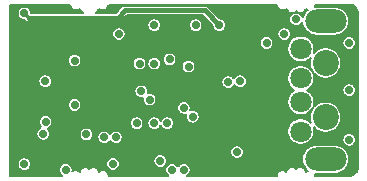
<source format=gbr>
G04 #@! TF.GenerationSoftware,KiCad,Pcbnew,5.1.9+dfsg1-1*
G04 #@! TF.CreationDate,2021-07-12T18:29:50+08:00*
G04 #@! TF.ProjectId,stlink,73746c69-6e6b-42e6-9b69-6361645f7063,a*
G04 #@! TF.SameCoordinates,Original*
G04 #@! TF.FileFunction,Copper,L2,Inr*
G04 #@! TF.FilePolarity,Positive*
%FSLAX46Y46*%
G04 Gerber Fmt 4.6, Leading zero omitted, Abs format (unit mm)*
G04 Created by KiCad (PCBNEW 5.1.9+dfsg1-1) date 2021-07-12 18:29:50*
%MOMM*%
%LPD*%
G01*
G04 APERTURE LIST*
G04 #@! TA.AperFunction,ComponentPad*
%ADD10C,1.800000*%
G04 #@! TD*
G04 #@! TA.AperFunction,ComponentPad*
%ADD11C,2.200000*%
G04 #@! TD*
G04 #@! TA.AperFunction,ComponentPad*
%ADD12O,3.500000X2.000000*%
G04 #@! TD*
G04 #@! TA.AperFunction,ViaPad*
%ADD13C,0.700000*%
G04 #@! TD*
G04 #@! TA.AperFunction,Conductor*
%ADD14C,0.228600*%
G04 #@! TD*
G04 #@! TA.AperFunction,Conductor*
%ADD15C,0.381000*%
G04 #@! TD*
G04 #@! TA.AperFunction,Conductor*
%ADD16C,0.152400*%
G04 #@! TD*
G04 #@! TA.AperFunction,Conductor*
%ADD17C,0.100000*%
G04 #@! TD*
G04 APERTURE END LIST*
D10*
G04 #@! TO.N,VBUS*
G04 #@! TO.C,J1*
X134900000Y-86500000D03*
G04 #@! TO.N,D-*
X134900000Y-89000000D03*
G04 #@! TO.N,D+*
X134900000Y-91000000D03*
G04 #@! TO.N,GND*
X134900000Y-93500000D03*
D11*
X137000000Y-87700000D03*
X137000000Y-92300000D03*
D12*
X137000000Y-84150000D03*
X137000000Y-95850000D03*
G04 #@! TD*
D13*
G04 #@! TO.N,GND*
X115750000Y-87500000D03*
X132000000Y-86000000D03*
X133500000Y-85250000D03*
X139000000Y-86000000D03*
X139000000Y-90000000D03*
X134500000Y-84000000D03*
X115750000Y-91250000D03*
X121400000Y-90100000D03*
X139000000Y-94200000D03*
X113100000Y-93700000D03*
X119500000Y-85250000D03*
X115000000Y-96750000D03*
X121250000Y-87750000D03*
X122500000Y-87750000D03*
X124000000Y-96750000D03*
X125000000Y-96750000D03*
G04 #@! TO.N,+5V*
X128000000Y-84500000D03*
X111500000Y-83500000D03*
G04 #@! TO.N,+3V3*
X131000000Y-87000000D03*
X132000000Y-88000000D03*
X119500000Y-86500000D03*
X129750000Y-93750000D03*
X120700000Y-90800000D03*
X119500000Y-95500000D03*
X113786622Y-92000139D03*
X126500000Y-94250000D03*
X132000000Y-87000000D03*
X113500000Y-84750000D03*
X113500000Y-85750000D03*
G04 #@! TO.N,D-*
X128755363Y-89321674D03*
G04 #@! TO.N,D+*
X129750000Y-89250000D03*
G04 #@! TO.N,LED*
X123600000Y-92800000D03*
X116750000Y-93750000D03*
G04 #@! TO.N,T_DIO*
X113272402Y-89250000D03*
X125000000Y-91500000D03*
G04 #@! TO.N,T_CLK*
X125750000Y-92250000D03*
G04 #@! TO.N,CLK*
X126000000Y-84500000D03*
G04 #@! TO.N,T_RX*
X111500000Y-96264402D03*
X119250000Y-94000000D03*
G04 #@! TO.N,T_TX*
X118250000Y-94000000D03*
G04 #@! TO.N,T_RST*
X122500000Y-92800000D03*
X113300000Y-92700000D03*
G04 #@! TO.N,T_SWO*
X122100000Y-90800000D03*
G04 #@! TO.N,DIO*
X125400000Y-88000000D03*
G04 #@! TO.N,B0*
X122500000Y-84500000D03*
G04 #@! TO.N,RENUM*
X123800000Y-87400000D03*
X129500000Y-95250000D03*
G04 #@! TO.N,Net-(R10-Pad1)*
X121000000Y-92800000D03*
X119000000Y-96250000D03*
G04 #@! TO.N,Net-(JP1-Pad2)*
X123000000Y-96000000D03*
G04 #@! TD*
D14*
G04 #@! TO.N,+5V*
X111500000Y-83500000D02*
X111849999Y-83849999D01*
D15*
X111849999Y-83849999D02*
X119400001Y-83849999D01*
X119400001Y-83849999D02*
X120000000Y-83250000D01*
X126750000Y-83250000D02*
X128000000Y-84500000D01*
X120000000Y-83250000D02*
X126750000Y-83250000D01*
G04 #@! TD*
D16*
G04 #@! TO.N,+3V3*
X115371400Y-82797138D02*
X115389792Y-82889603D01*
X115425870Y-82976702D01*
X115478247Y-83055090D01*
X115544910Y-83121753D01*
X115623298Y-83174130D01*
X115710397Y-83210208D01*
X115802862Y-83228600D01*
X115897138Y-83228600D01*
X115989603Y-83210208D01*
X116076702Y-83174130D01*
X116155090Y-83121753D01*
X116181073Y-83095770D01*
X116189792Y-83139603D01*
X116225870Y-83226702D01*
X116278247Y-83305090D01*
X116344910Y-83371753D01*
X116423298Y-83424130D01*
X116439640Y-83430899D01*
X112076190Y-83430899D01*
X112056365Y-83331228D01*
X112012749Y-83225930D01*
X111949428Y-83131164D01*
X111868836Y-83050572D01*
X111774070Y-82987251D01*
X111668772Y-82943635D01*
X111556987Y-82921400D01*
X111443013Y-82921400D01*
X111331228Y-82943635D01*
X111225930Y-82987251D01*
X111131164Y-83050572D01*
X111050572Y-83131164D01*
X110987251Y-83225930D01*
X110943635Y-83331228D01*
X110921400Y-83443013D01*
X110921400Y-83556987D01*
X110943635Y-83668772D01*
X110987251Y-83774070D01*
X111050572Y-83868836D01*
X111131164Y-83949428D01*
X111225930Y-84012749D01*
X111331228Y-84056365D01*
X111443013Y-84078600D01*
X111496977Y-84078600D01*
X111499845Y-84083965D01*
X111552217Y-84147781D01*
X111616033Y-84200153D01*
X111688841Y-84239070D01*
X111767841Y-84263034D01*
X111829419Y-84269099D01*
X119379421Y-84269099D01*
X119400001Y-84271126D01*
X119420581Y-84269099D01*
X119482159Y-84263034D01*
X119561159Y-84239070D01*
X119633967Y-84200153D01*
X119697783Y-84147781D01*
X119710908Y-84131788D01*
X120173596Y-83669100D01*
X126576404Y-83669100D01*
X127421400Y-84514097D01*
X127421400Y-84556987D01*
X127443635Y-84668772D01*
X127487251Y-84774070D01*
X127550572Y-84868836D01*
X127631164Y-84949428D01*
X127725930Y-85012749D01*
X127831228Y-85056365D01*
X127943013Y-85078600D01*
X128056987Y-85078600D01*
X128168772Y-85056365D01*
X128274070Y-85012749D01*
X128368836Y-84949428D01*
X128449428Y-84868836D01*
X128512749Y-84774070D01*
X128556365Y-84668772D01*
X128578600Y-84556987D01*
X128578600Y-84443013D01*
X128556365Y-84331228D01*
X128512749Y-84225930D01*
X128449428Y-84131164D01*
X128368836Y-84050572D01*
X128274070Y-83987251D01*
X128168772Y-83943635D01*
X128056987Y-83921400D01*
X128014097Y-83921400D01*
X127060907Y-82968211D01*
X127047782Y-82952218D01*
X126983966Y-82899846D01*
X126911158Y-82860929D01*
X126832158Y-82836965D01*
X126770580Y-82830900D01*
X126750000Y-82828873D01*
X126729420Y-82830900D01*
X120020580Y-82830900D01*
X120000000Y-82828873D01*
X119979420Y-82830900D01*
X119917842Y-82836965D01*
X119838842Y-82860929D01*
X119766034Y-82899846D01*
X119702218Y-82952218D01*
X119689093Y-82968211D01*
X119226405Y-83430899D01*
X117560360Y-83430899D01*
X117576702Y-83424130D01*
X117655090Y-83371753D01*
X117721753Y-83305090D01*
X117774130Y-83226702D01*
X117810208Y-83139603D01*
X117818927Y-83095770D01*
X117844910Y-83121753D01*
X117923298Y-83174130D01*
X118010397Y-83210208D01*
X118102862Y-83228600D01*
X118197138Y-83228600D01*
X118289603Y-83210208D01*
X118376702Y-83174130D01*
X118455090Y-83121753D01*
X118521753Y-83055090D01*
X118574130Y-82976702D01*
X118610208Y-82889603D01*
X118628600Y-82797138D01*
X118628600Y-82753600D01*
X132871400Y-82753600D01*
X132871400Y-82797138D01*
X132889792Y-82889603D01*
X132925870Y-82976702D01*
X132978247Y-83055090D01*
X133044910Y-83121753D01*
X133123298Y-83174130D01*
X133210397Y-83210208D01*
X133302862Y-83228600D01*
X133397138Y-83228600D01*
X133489603Y-83210208D01*
X133576702Y-83174130D01*
X133655090Y-83121753D01*
X133681073Y-83095770D01*
X133689792Y-83139603D01*
X133725870Y-83226702D01*
X133778247Y-83305090D01*
X133844910Y-83371753D01*
X133923298Y-83424130D01*
X134010397Y-83460208D01*
X134102862Y-83478600D01*
X134197138Y-83478600D01*
X134289603Y-83460208D01*
X134376702Y-83424130D01*
X134455090Y-83371753D01*
X134500000Y-83326843D01*
X134544910Y-83371753D01*
X134623298Y-83424130D01*
X134710397Y-83460208D01*
X134802862Y-83478600D01*
X134897138Y-83478600D01*
X134989603Y-83460208D01*
X135076702Y-83424130D01*
X135155090Y-83371753D01*
X135221753Y-83305090D01*
X135274130Y-83226702D01*
X135310208Y-83139603D01*
X135318927Y-83095770D01*
X135344910Y-83121753D01*
X135423298Y-83174130D01*
X135475899Y-83195918D01*
X135377046Y-83277046D01*
X135223514Y-83464124D01*
X135109430Y-83677560D01*
X135058919Y-83844070D01*
X135056365Y-83831228D01*
X135012749Y-83725930D01*
X134949428Y-83631164D01*
X134868836Y-83550572D01*
X134774070Y-83487251D01*
X134668772Y-83443635D01*
X134556987Y-83421400D01*
X134443013Y-83421400D01*
X134331228Y-83443635D01*
X134225930Y-83487251D01*
X134131164Y-83550572D01*
X134050572Y-83631164D01*
X133987251Y-83725930D01*
X133943635Y-83831228D01*
X133921400Y-83943013D01*
X133921400Y-84056987D01*
X133943635Y-84168772D01*
X133987251Y-84274070D01*
X134050572Y-84368836D01*
X134131164Y-84449428D01*
X134225930Y-84512749D01*
X134331228Y-84556365D01*
X134443013Y-84578600D01*
X134556987Y-84578600D01*
X134668772Y-84556365D01*
X134774070Y-84512749D01*
X134868836Y-84449428D01*
X134949428Y-84368836D01*
X135012749Y-84274070D01*
X135024808Y-84244957D01*
X135039177Y-84390848D01*
X135109430Y-84622440D01*
X135223514Y-84835876D01*
X135377046Y-85022954D01*
X135564124Y-85176486D01*
X135777560Y-85290570D01*
X136009152Y-85360823D01*
X136189648Y-85378600D01*
X137810352Y-85378600D01*
X137990848Y-85360823D01*
X138222440Y-85290570D01*
X138435876Y-85176486D01*
X138622954Y-85022954D01*
X138776486Y-84835876D01*
X138890570Y-84622440D01*
X138960823Y-84390848D01*
X138984544Y-84150000D01*
X138960823Y-83909152D01*
X138890570Y-83677560D01*
X138776486Y-83464124D01*
X138622954Y-83277046D01*
X138435876Y-83123514D01*
X138222440Y-83009430D01*
X137990848Y-82939177D01*
X137810352Y-82921400D01*
X136189648Y-82921400D01*
X136093098Y-82930909D01*
X136110208Y-82889603D01*
X136128600Y-82797138D01*
X136128600Y-82753600D01*
X138987593Y-82753600D01*
X139144744Y-82769009D01*
X139283964Y-82811042D01*
X139412378Y-82879320D01*
X139525083Y-82971240D01*
X139617786Y-83083299D01*
X139686957Y-83211228D01*
X139729963Y-83350160D01*
X139746400Y-83506541D01*
X139746401Y-96487583D01*
X139730991Y-96644742D01*
X139688957Y-96783968D01*
X139620679Y-96912379D01*
X139528760Y-97025083D01*
X139416701Y-97117786D01*
X139288772Y-97186957D01*
X139149840Y-97229963D01*
X138993459Y-97246400D01*
X136128600Y-97246400D01*
X136128600Y-97202862D01*
X136110208Y-97110397D01*
X136093098Y-97069091D01*
X136189648Y-97078600D01*
X137810352Y-97078600D01*
X137990848Y-97060823D01*
X138222440Y-96990570D01*
X138435876Y-96876486D01*
X138622954Y-96722954D01*
X138776486Y-96535876D01*
X138890570Y-96322440D01*
X138960823Y-96090848D01*
X138984544Y-95850000D01*
X138960823Y-95609152D01*
X138890570Y-95377560D01*
X138776486Y-95164124D01*
X138622954Y-94977046D01*
X138435876Y-94823514D01*
X138222440Y-94709430D01*
X137990848Y-94639177D01*
X137810352Y-94621400D01*
X136189648Y-94621400D01*
X136009152Y-94639177D01*
X135777560Y-94709430D01*
X135564124Y-94823514D01*
X135377046Y-94977046D01*
X135223514Y-95164124D01*
X135109430Y-95377560D01*
X135039177Y-95609152D01*
X135015456Y-95850000D01*
X135039177Y-96090848D01*
X135109430Y-96322440D01*
X135223514Y-96535876D01*
X135377046Y-96722954D01*
X135475899Y-96804082D01*
X135423298Y-96825870D01*
X135344910Y-96878247D01*
X135318927Y-96904230D01*
X135310208Y-96860397D01*
X135274130Y-96773298D01*
X135221753Y-96694910D01*
X135155090Y-96628247D01*
X135076702Y-96575870D01*
X134989603Y-96539792D01*
X134897138Y-96521400D01*
X134802862Y-96521400D01*
X134710397Y-96539792D01*
X134623298Y-96575870D01*
X134544910Y-96628247D01*
X134500000Y-96673157D01*
X134455090Y-96628247D01*
X134376702Y-96575870D01*
X134289603Y-96539792D01*
X134197138Y-96521400D01*
X134102862Y-96521400D01*
X134010397Y-96539792D01*
X133923298Y-96575870D01*
X133844910Y-96628247D01*
X133778247Y-96694910D01*
X133725870Y-96773298D01*
X133689792Y-96860397D01*
X133681073Y-96904230D01*
X133655090Y-96878247D01*
X133576702Y-96825870D01*
X133489603Y-96789792D01*
X133397138Y-96771400D01*
X133302862Y-96771400D01*
X133210397Y-96789792D01*
X133123298Y-96825870D01*
X133044910Y-96878247D01*
X132978247Y-96944910D01*
X132925870Y-97023298D01*
X132889792Y-97110397D01*
X132871400Y-97202862D01*
X132871400Y-97246400D01*
X125298538Y-97246400D01*
X125368836Y-97199428D01*
X125449428Y-97118836D01*
X125512749Y-97024070D01*
X125556365Y-96918772D01*
X125578600Y-96806987D01*
X125578600Y-96693013D01*
X125556365Y-96581228D01*
X125512749Y-96475930D01*
X125449428Y-96381164D01*
X125368836Y-96300572D01*
X125274070Y-96237251D01*
X125168772Y-96193635D01*
X125056987Y-96171400D01*
X124943013Y-96171400D01*
X124831228Y-96193635D01*
X124725930Y-96237251D01*
X124631164Y-96300572D01*
X124550572Y-96381164D01*
X124500000Y-96456850D01*
X124449428Y-96381164D01*
X124368836Y-96300572D01*
X124274070Y-96237251D01*
X124168772Y-96193635D01*
X124056987Y-96171400D01*
X123943013Y-96171400D01*
X123831228Y-96193635D01*
X123725930Y-96237251D01*
X123631164Y-96300572D01*
X123550572Y-96381164D01*
X123487251Y-96475930D01*
X123443635Y-96581228D01*
X123421400Y-96693013D01*
X123421400Y-96806987D01*
X123443635Y-96918772D01*
X123487251Y-97024070D01*
X123550572Y-97118836D01*
X123631164Y-97199428D01*
X123701462Y-97246400D01*
X118628600Y-97246400D01*
X118628600Y-97202862D01*
X118610208Y-97110397D01*
X118574130Y-97023298D01*
X118521753Y-96944910D01*
X118455090Y-96878247D01*
X118376702Y-96825870D01*
X118289603Y-96789792D01*
X118197138Y-96771400D01*
X118102862Y-96771400D01*
X118010397Y-96789792D01*
X117923298Y-96825870D01*
X117844910Y-96878247D01*
X117818927Y-96904230D01*
X117810208Y-96860397D01*
X117774130Y-96773298D01*
X117721753Y-96694910D01*
X117655090Y-96628247D01*
X117576702Y-96575870D01*
X117489603Y-96539792D01*
X117397138Y-96521400D01*
X117302862Y-96521400D01*
X117210397Y-96539792D01*
X117123298Y-96575870D01*
X117044910Y-96628247D01*
X117000000Y-96673157D01*
X116955090Y-96628247D01*
X116876702Y-96575870D01*
X116789603Y-96539792D01*
X116697138Y-96521400D01*
X116602862Y-96521400D01*
X116510397Y-96539792D01*
X116423298Y-96575870D01*
X116344910Y-96628247D01*
X116278247Y-96694910D01*
X116225870Y-96773298D01*
X116189792Y-96860397D01*
X116181073Y-96904230D01*
X116155090Y-96878247D01*
X116076702Y-96825870D01*
X115989603Y-96789792D01*
X115897138Y-96771400D01*
X115802862Y-96771400D01*
X115710397Y-96789792D01*
X115623298Y-96825870D01*
X115567417Y-96863208D01*
X115578600Y-96806987D01*
X115578600Y-96693013D01*
X115556365Y-96581228D01*
X115512749Y-96475930D01*
X115449428Y-96381164D01*
X115368836Y-96300572D01*
X115274070Y-96237251D01*
X115168772Y-96193635D01*
X115165645Y-96193013D01*
X118421400Y-96193013D01*
X118421400Y-96306987D01*
X118443635Y-96418772D01*
X118487251Y-96524070D01*
X118550572Y-96618836D01*
X118631164Y-96699428D01*
X118725930Y-96762749D01*
X118831228Y-96806365D01*
X118943013Y-96828600D01*
X119056987Y-96828600D01*
X119168772Y-96806365D01*
X119274070Y-96762749D01*
X119368836Y-96699428D01*
X119449428Y-96618836D01*
X119512749Y-96524070D01*
X119556365Y-96418772D01*
X119578600Y-96306987D01*
X119578600Y-96193013D01*
X119556365Y-96081228D01*
X119512749Y-95975930D01*
X119490755Y-95943013D01*
X122421400Y-95943013D01*
X122421400Y-96056987D01*
X122443635Y-96168772D01*
X122487251Y-96274070D01*
X122550572Y-96368836D01*
X122631164Y-96449428D01*
X122725930Y-96512749D01*
X122831228Y-96556365D01*
X122943013Y-96578600D01*
X123056987Y-96578600D01*
X123168772Y-96556365D01*
X123274070Y-96512749D01*
X123368836Y-96449428D01*
X123449428Y-96368836D01*
X123512749Y-96274070D01*
X123556365Y-96168772D01*
X123578600Y-96056987D01*
X123578600Y-95943013D01*
X123556365Y-95831228D01*
X123512749Y-95725930D01*
X123449428Y-95631164D01*
X123368836Y-95550572D01*
X123274070Y-95487251D01*
X123168772Y-95443635D01*
X123056987Y-95421400D01*
X122943013Y-95421400D01*
X122831228Y-95443635D01*
X122725930Y-95487251D01*
X122631164Y-95550572D01*
X122550572Y-95631164D01*
X122487251Y-95725930D01*
X122443635Y-95831228D01*
X122421400Y-95943013D01*
X119490755Y-95943013D01*
X119449428Y-95881164D01*
X119368836Y-95800572D01*
X119274070Y-95737251D01*
X119168772Y-95693635D01*
X119056987Y-95671400D01*
X118943013Y-95671400D01*
X118831228Y-95693635D01*
X118725930Y-95737251D01*
X118631164Y-95800572D01*
X118550572Y-95881164D01*
X118487251Y-95975930D01*
X118443635Y-96081228D01*
X118421400Y-96193013D01*
X115165645Y-96193013D01*
X115056987Y-96171400D01*
X114943013Y-96171400D01*
X114831228Y-96193635D01*
X114725930Y-96237251D01*
X114631164Y-96300572D01*
X114550572Y-96381164D01*
X114487251Y-96475930D01*
X114443635Y-96581228D01*
X114421400Y-96693013D01*
X114421400Y-96806987D01*
X114443635Y-96918772D01*
X114487251Y-97024070D01*
X114550572Y-97118836D01*
X114631164Y-97199428D01*
X114701462Y-97246400D01*
X110253600Y-97246400D01*
X110253600Y-96207415D01*
X110921400Y-96207415D01*
X110921400Y-96321389D01*
X110943635Y-96433174D01*
X110987251Y-96538472D01*
X111050572Y-96633238D01*
X111131164Y-96713830D01*
X111225930Y-96777151D01*
X111331228Y-96820767D01*
X111443013Y-96843002D01*
X111556987Y-96843002D01*
X111668772Y-96820767D01*
X111774070Y-96777151D01*
X111868836Y-96713830D01*
X111949428Y-96633238D01*
X112012749Y-96538472D01*
X112056365Y-96433174D01*
X112078600Y-96321389D01*
X112078600Y-96207415D01*
X112056365Y-96095630D01*
X112012749Y-95990332D01*
X111949428Y-95895566D01*
X111868836Y-95814974D01*
X111774070Y-95751653D01*
X111668772Y-95708037D01*
X111556987Y-95685802D01*
X111443013Y-95685802D01*
X111331228Y-95708037D01*
X111225930Y-95751653D01*
X111131164Y-95814974D01*
X111050572Y-95895566D01*
X110987251Y-95990332D01*
X110943635Y-96095630D01*
X110921400Y-96207415D01*
X110253600Y-96207415D01*
X110253600Y-95193013D01*
X128921400Y-95193013D01*
X128921400Y-95306987D01*
X128943635Y-95418772D01*
X128987251Y-95524070D01*
X129050572Y-95618836D01*
X129131164Y-95699428D01*
X129225930Y-95762749D01*
X129331228Y-95806365D01*
X129443013Y-95828600D01*
X129556987Y-95828600D01*
X129668772Y-95806365D01*
X129774070Y-95762749D01*
X129868836Y-95699428D01*
X129949428Y-95618836D01*
X130012749Y-95524070D01*
X130056365Y-95418772D01*
X130078600Y-95306987D01*
X130078600Y-95193013D01*
X130056365Y-95081228D01*
X130012749Y-94975930D01*
X129949428Y-94881164D01*
X129868836Y-94800572D01*
X129774070Y-94737251D01*
X129668772Y-94693635D01*
X129556987Y-94671400D01*
X129443013Y-94671400D01*
X129331228Y-94693635D01*
X129225930Y-94737251D01*
X129131164Y-94800572D01*
X129050572Y-94881164D01*
X128987251Y-94975930D01*
X128943635Y-95081228D01*
X128921400Y-95193013D01*
X110253600Y-95193013D01*
X110253600Y-93643013D01*
X112521400Y-93643013D01*
X112521400Y-93756987D01*
X112543635Y-93868772D01*
X112587251Y-93974070D01*
X112650572Y-94068836D01*
X112731164Y-94149428D01*
X112825930Y-94212749D01*
X112931228Y-94256365D01*
X113043013Y-94278600D01*
X113156987Y-94278600D01*
X113268772Y-94256365D01*
X113374070Y-94212749D01*
X113468836Y-94149428D01*
X113549428Y-94068836D01*
X113612749Y-93974070D01*
X113656365Y-93868772D01*
X113678600Y-93756987D01*
X113678600Y-93693013D01*
X116171400Y-93693013D01*
X116171400Y-93806987D01*
X116193635Y-93918772D01*
X116237251Y-94024070D01*
X116300572Y-94118836D01*
X116381164Y-94199428D01*
X116475930Y-94262749D01*
X116581228Y-94306365D01*
X116693013Y-94328600D01*
X116806987Y-94328600D01*
X116918772Y-94306365D01*
X117024070Y-94262749D01*
X117118836Y-94199428D01*
X117199428Y-94118836D01*
X117262749Y-94024070D01*
X117296324Y-93943013D01*
X117671400Y-93943013D01*
X117671400Y-94056987D01*
X117693635Y-94168772D01*
X117737251Y-94274070D01*
X117800572Y-94368836D01*
X117881164Y-94449428D01*
X117975930Y-94512749D01*
X118081228Y-94556365D01*
X118193013Y-94578600D01*
X118306987Y-94578600D01*
X118418772Y-94556365D01*
X118524070Y-94512749D01*
X118618836Y-94449428D01*
X118699428Y-94368836D01*
X118750000Y-94293150D01*
X118800572Y-94368836D01*
X118881164Y-94449428D01*
X118975930Y-94512749D01*
X119081228Y-94556365D01*
X119193013Y-94578600D01*
X119306987Y-94578600D01*
X119418772Y-94556365D01*
X119524070Y-94512749D01*
X119618836Y-94449428D01*
X119699428Y-94368836D01*
X119762749Y-94274070D01*
X119806365Y-94168772D01*
X119828600Y-94056987D01*
X119828600Y-93943013D01*
X119806365Y-93831228D01*
X119762749Y-93725930D01*
X119699428Y-93631164D01*
X119618836Y-93550572D01*
X119524070Y-93487251D01*
X119418772Y-93443635D01*
X119306987Y-93421400D01*
X119193013Y-93421400D01*
X119081228Y-93443635D01*
X118975930Y-93487251D01*
X118881164Y-93550572D01*
X118800572Y-93631164D01*
X118750000Y-93706850D01*
X118699428Y-93631164D01*
X118618836Y-93550572D01*
X118524070Y-93487251D01*
X118418772Y-93443635D01*
X118306987Y-93421400D01*
X118193013Y-93421400D01*
X118081228Y-93443635D01*
X117975930Y-93487251D01*
X117881164Y-93550572D01*
X117800572Y-93631164D01*
X117737251Y-93725930D01*
X117693635Y-93831228D01*
X117671400Y-93943013D01*
X117296324Y-93943013D01*
X117306365Y-93918772D01*
X117328600Y-93806987D01*
X117328600Y-93693013D01*
X117306365Y-93581228D01*
X117262749Y-93475930D01*
X117204559Y-93388843D01*
X133771400Y-93388843D01*
X133771400Y-93611157D01*
X133814771Y-93829201D01*
X133899847Y-94034593D01*
X134023359Y-94219441D01*
X134180559Y-94376641D01*
X134365407Y-94500153D01*
X134570799Y-94585229D01*
X134788843Y-94628600D01*
X135011157Y-94628600D01*
X135229201Y-94585229D01*
X135434593Y-94500153D01*
X135619441Y-94376641D01*
X135776641Y-94219441D01*
X135827708Y-94143013D01*
X138421400Y-94143013D01*
X138421400Y-94256987D01*
X138443635Y-94368772D01*
X138487251Y-94474070D01*
X138550572Y-94568836D01*
X138631164Y-94649428D01*
X138725930Y-94712749D01*
X138831228Y-94756365D01*
X138943013Y-94778600D01*
X139056987Y-94778600D01*
X139168772Y-94756365D01*
X139274070Y-94712749D01*
X139368836Y-94649428D01*
X139449428Y-94568836D01*
X139512749Y-94474070D01*
X139556365Y-94368772D01*
X139578600Y-94256987D01*
X139578600Y-94143013D01*
X139556365Y-94031228D01*
X139512749Y-93925930D01*
X139449428Y-93831164D01*
X139368836Y-93750572D01*
X139274070Y-93687251D01*
X139168772Y-93643635D01*
X139056987Y-93621400D01*
X138943013Y-93621400D01*
X138831228Y-93643635D01*
X138725930Y-93687251D01*
X138631164Y-93750572D01*
X138550572Y-93831164D01*
X138487251Y-93925930D01*
X138443635Y-94031228D01*
X138421400Y-94143013D01*
X135827708Y-94143013D01*
X135900153Y-94034593D01*
X135985229Y-93829201D01*
X136028600Y-93611157D01*
X136028600Y-93388843D01*
X135985229Y-93170799D01*
X135980530Y-93159454D01*
X136153067Y-93331991D01*
X136370672Y-93477390D01*
X136612462Y-93577543D01*
X136869144Y-93628600D01*
X137130856Y-93628600D01*
X137387538Y-93577543D01*
X137629328Y-93477390D01*
X137846933Y-93331991D01*
X138031991Y-93146933D01*
X138177390Y-92929328D01*
X138277543Y-92687538D01*
X138328600Y-92430856D01*
X138328600Y-92169144D01*
X138277543Y-91912462D01*
X138177390Y-91670672D01*
X138031991Y-91453067D01*
X137846933Y-91268009D01*
X137629328Y-91122610D01*
X137387538Y-91022457D01*
X137130856Y-90971400D01*
X136869144Y-90971400D01*
X136612462Y-91022457D01*
X136370672Y-91122610D01*
X136153067Y-91268009D01*
X135968009Y-91453067D01*
X135822610Y-91670672D01*
X135722457Y-91912462D01*
X135671400Y-92169144D01*
X135671400Y-92430856D01*
X135722457Y-92687538D01*
X135749919Y-92753837D01*
X135619441Y-92623359D01*
X135434593Y-92499847D01*
X135229201Y-92414771D01*
X135011157Y-92371400D01*
X134788843Y-92371400D01*
X134570799Y-92414771D01*
X134365407Y-92499847D01*
X134180559Y-92623359D01*
X134023359Y-92780559D01*
X133899847Y-92965407D01*
X133814771Y-93170799D01*
X133771400Y-93388843D01*
X117204559Y-93388843D01*
X117199428Y-93381164D01*
X117118836Y-93300572D01*
X117024070Y-93237251D01*
X116918772Y-93193635D01*
X116806987Y-93171400D01*
X116693013Y-93171400D01*
X116581228Y-93193635D01*
X116475930Y-93237251D01*
X116381164Y-93300572D01*
X116300572Y-93381164D01*
X116237251Y-93475930D01*
X116193635Y-93581228D01*
X116171400Y-93693013D01*
X113678600Y-93693013D01*
X113678600Y-93643013D01*
X113656365Y-93531228D01*
X113612749Y-93425930D01*
X113549428Y-93331164D01*
X113472914Y-93254650D01*
X113574070Y-93212749D01*
X113668836Y-93149428D01*
X113749428Y-93068836D01*
X113812749Y-92974070D01*
X113856365Y-92868772D01*
X113878600Y-92756987D01*
X113878600Y-92743013D01*
X120421400Y-92743013D01*
X120421400Y-92856987D01*
X120443635Y-92968772D01*
X120487251Y-93074070D01*
X120550572Y-93168836D01*
X120631164Y-93249428D01*
X120725930Y-93312749D01*
X120831228Y-93356365D01*
X120943013Y-93378600D01*
X121056987Y-93378600D01*
X121168772Y-93356365D01*
X121274070Y-93312749D01*
X121368836Y-93249428D01*
X121449428Y-93168836D01*
X121512749Y-93074070D01*
X121556365Y-92968772D01*
X121578600Y-92856987D01*
X121578600Y-92743013D01*
X121921400Y-92743013D01*
X121921400Y-92856987D01*
X121943635Y-92968772D01*
X121987251Y-93074070D01*
X122050572Y-93168836D01*
X122131164Y-93249428D01*
X122225930Y-93312749D01*
X122331228Y-93356365D01*
X122443013Y-93378600D01*
X122556987Y-93378600D01*
X122668772Y-93356365D01*
X122774070Y-93312749D01*
X122868836Y-93249428D01*
X122949428Y-93168836D01*
X123012749Y-93074070D01*
X123050000Y-92984138D01*
X123087251Y-93074070D01*
X123150572Y-93168836D01*
X123231164Y-93249428D01*
X123325930Y-93312749D01*
X123431228Y-93356365D01*
X123543013Y-93378600D01*
X123656987Y-93378600D01*
X123768772Y-93356365D01*
X123874070Y-93312749D01*
X123968836Y-93249428D01*
X124049428Y-93168836D01*
X124112749Y-93074070D01*
X124156365Y-92968772D01*
X124178600Y-92856987D01*
X124178600Y-92743013D01*
X124156365Y-92631228D01*
X124112749Y-92525930D01*
X124049428Y-92431164D01*
X123968836Y-92350572D01*
X123874070Y-92287251D01*
X123768772Y-92243635D01*
X123656987Y-92221400D01*
X123543013Y-92221400D01*
X123431228Y-92243635D01*
X123325930Y-92287251D01*
X123231164Y-92350572D01*
X123150572Y-92431164D01*
X123087251Y-92525930D01*
X123050000Y-92615862D01*
X123012749Y-92525930D01*
X122949428Y-92431164D01*
X122868836Y-92350572D01*
X122774070Y-92287251D01*
X122668772Y-92243635D01*
X122556987Y-92221400D01*
X122443013Y-92221400D01*
X122331228Y-92243635D01*
X122225930Y-92287251D01*
X122131164Y-92350572D01*
X122050572Y-92431164D01*
X121987251Y-92525930D01*
X121943635Y-92631228D01*
X121921400Y-92743013D01*
X121578600Y-92743013D01*
X121556365Y-92631228D01*
X121512749Y-92525930D01*
X121449428Y-92431164D01*
X121368836Y-92350572D01*
X121274070Y-92287251D01*
X121168772Y-92243635D01*
X121056987Y-92221400D01*
X120943013Y-92221400D01*
X120831228Y-92243635D01*
X120725930Y-92287251D01*
X120631164Y-92350572D01*
X120550572Y-92431164D01*
X120487251Y-92525930D01*
X120443635Y-92631228D01*
X120421400Y-92743013D01*
X113878600Y-92743013D01*
X113878600Y-92643013D01*
X113856365Y-92531228D01*
X113812749Y-92425930D01*
X113749428Y-92331164D01*
X113668836Y-92250572D01*
X113574070Y-92187251D01*
X113468772Y-92143635D01*
X113356987Y-92121400D01*
X113243013Y-92121400D01*
X113131228Y-92143635D01*
X113025930Y-92187251D01*
X112931164Y-92250572D01*
X112850572Y-92331164D01*
X112787251Y-92425930D01*
X112743635Y-92531228D01*
X112721400Y-92643013D01*
X112721400Y-92756987D01*
X112743635Y-92868772D01*
X112787251Y-92974070D01*
X112850572Y-93068836D01*
X112927086Y-93145350D01*
X112825930Y-93187251D01*
X112731164Y-93250572D01*
X112650572Y-93331164D01*
X112587251Y-93425930D01*
X112543635Y-93531228D01*
X112521400Y-93643013D01*
X110253600Y-93643013D01*
X110253600Y-91193013D01*
X115171400Y-91193013D01*
X115171400Y-91306987D01*
X115193635Y-91418772D01*
X115237251Y-91524070D01*
X115300572Y-91618836D01*
X115381164Y-91699428D01*
X115475930Y-91762749D01*
X115581228Y-91806365D01*
X115693013Y-91828600D01*
X115806987Y-91828600D01*
X115918772Y-91806365D01*
X116024070Y-91762749D01*
X116118836Y-91699428D01*
X116199428Y-91618836D01*
X116262749Y-91524070D01*
X116296324Y-91443013D01*
X124421400Y-91443013D01*
X124421400Y-91556987D01*
X124443635Y-91668772D01*
X124487251Y-91774070D01*
X124550572Y-91868836D01*
X124631164Y-91949428D01*
X124725930Y-92012749D01*
X124831228Y-92056365D01*
X124943013Y-92078600D01*
X125056987Y-92078600D01*
X125168772Y-92056365D01*
X125211216Y-92038784D01*
X125193635Y-92081228D01*
X125171400Y-92193013D01*
X125171400Y-92306987D01*
X125193635Y-92418772D01*
X125237251Y-92524070D01*
X125300572Y-92618836D01*
X125381164Y-92699428D01*
X125475930Y-92762749D01*
X125581228Y-92806365D01*
X125693013Y-92828600D01*
X125806987Y-92828600D01*
X125918772Y-92806365D01*
X126024070Y-92762749D01*
X126118836Y-92699428D01*
X126199428Y-92618836D01*
X126262749Y-92524070D01*
X126306365Y-92418772D01*
X126328600Y-92306987D01*
X126328600Y-92193013D01*
X126306365Y-92081228D01*
X126262749Y-91975930D01*
X126199428Y-91881164D01*
X126118836Y-91800572D01*
X126024070Y-91737251D01*
X125918772Y-91693635D01*
X125806987Y-91671400D01*
X125693013Y-91671400D01*
X125581228Y-91693635D01*
X125538784Y-91711216D01*
X125556365Y-91668772D01*
X125578600Y-91556987D01*
X125578600Y-91443013D01*
X125556365Y-91331228D01*
X125512749Y-91225930D01*
X125449428Y-91131164D01*
X125368836Y-91050572D01*
X125274070Y-90987251D01*
X125168772Y-90943635D01*
X125056987Y-90921400D01*
X124943013Y-90921400D01*
X124831228Y-90943635D01*
X124725930Y-90987251D01*
X124631164Y-91050572D01*
X124550572Y-91131164D01*
X124487251Y-91225930D01*
X124443635Y-91331228D01*
X124421400Y-91443013D01*
X116296324Y-91443013D01*
X116306365Y-91418772D01*
X116328600Y-91306987D01*
X116328600Y-91193013D01*
X116306365Y-91081228D01*
X116262749Y-90975930D01*
X116199428Y-90881164D01*
X116118836Y-90800572D01*
X116024070Y-90737251D01*
X115918772Y-90693635D01*
X115806987Y-90671400D01*
X115693013Y-90671400D01*
X115581228Y-90693635D01*
X115475930Y-90737251D01*
X115381164Y-90800572D01*
X115300572Y-90881164D01*
X115237251Y-90975930D01*
X115193635Y-91081228D01*
X115171400Y-91193013D01*
X110253600Y-91193013D01*
X110253600Y-90043013D01*
X120821400Y-90043013D01*
X120821400Y-90156987D01*
X120843635Y-90268772D01*
X120887251Y-90374070D01*
X120950572Y-90468836D01*
X121031164Y-90549428D01*
X121125930Y-90612749D01*
X121231228Y-90656365D01*
X121343013Y-90678600D01*
X121456987Y-90678600D01*
X121537394Y-90662606D01*
X121521400Y-90743013D01*
X121521400Y-90856987D01*
X121543635Y-90968772D01*
X121587251Y-91074070D01*
X121650572Y-91168836D01*
X121731164Y-91249428D01*
X121825930Y-91312749D01*
X121931228Y-91356365D01*
X122043013Y-91378600D01*
X122156987Y-91378600D01*
X122268772Y-91356365D01*
X122374070Y-91312749D01*
X122468836Y-91249428D01*
X122549428Y-91168836D01*
X122612749Y-91074070D01*
X122656365Y-90968772D01*
X122678600Y-90856987D01*
X122678600Y-90743013D01*
X122656365Y-90631228D01*
X122612749Y-90525930D01*
X122549428Y-90431164D01*
X122468836Y-90350572D01*
X122374070Y-90287251D01*
X122268772Y-90243635D01*
X122156987Y-90221400D01*
X122043013Y-90221400D01*
X121962606Y-90237394D01*
X121978600Y-90156987D01*
X121978600Y-90043013D01*
X121956365Y-89931228D01*
X121912749Y-89825930D01*
X121849428Y-89731164D01*
X121768836Y-89650572D01*
X121674070Y-89587251D01*
X121568772Y-89543635D01*
X121456987Y-89521400D01*
X121343013Y-89521400D01*
X121231228Y-89543635D01*
X121125930Y-89587251D01*
X121031164Y-89650572D01*
X120950572Y-89731164D01*
X120887251Y-89825930D01*
X120843635Y-89931228D01*
X120821400Y-90043013D01*
X110253600Y-90043013D01*
X110253600Y-89193013D01*
X112693802Y-89193013D01*
X112693802Y-89306987D01*
X112716037Y-89418772D01*
X112759653Y-89524070D01*
X112822974Y-89618836D01*
X112903566Y-89699428D01*
X112998332Y-89762749D01*
X113103630Y-89806365D01*
X113215415Y-89828600D01*
X113329389Y-89828600D01*
X113441174Y-89806365D01*
X113546472Y-89762749D01*
X113641238Y-89699428D01*
X113721830Y-89618836D01*
X113785151Y-89524070D01*
X113828767Y-89418772D01*
X113851002Y-89306987D01*
X113851002Y-89264687D01*
X128176763Y-89264687D01*
X128176763Y-89378661D01*
X128198998Y-89490446D01*
X128242614Y-89595744D01*
X128305935Y-89690510D01*
X128386527Y-89771102D01*
X128481293Y-89834423D01*
X128586591Y-89878039D01*
X128698376Y-89900274D01*
X128812350Y-89900274D01*
X128924135Y-89878039D01*
X129029433Y-89834423D01*
X129124199Y-89771102D01*
X129204791Y-89690510D01*
X129268112Y-89595744D01*
X129274629Y-89580010D01*
X129300572Y-89618836D01*
X129381164Y-89699428D01*
X129475930Y-89762749D01*
X129581228Y-89806365D01*
X129693013Y-89828600D01*
X129806987Y-89828600D01*
X129918772Y-89806365D01*
X130024070Y-89762749D01*
X130118836Y-89699428D01*
X130199428Y-89618836D01*
X130262749Y-89524070D01*
X130306365Y-89418772D01*
X130328600Y-89306987D01*
X130328600Y-89193013D01*
X130306365Y-89081228D01*
X130262749Y-88975930D01*
X130204559Y-88888843D01*
X133771400Y-88888843D01*
X133771400Y-89111157D01*
X133814771Y-89329201D01*
X133899847Y-89534593D01*
X134023359Y-89719441D01*
X134180559Y-89876641D01*
X134365178Y-90000000D01*
X134180559Y-90123359D01*
X134023359Y-90280559D01*
X133899847Y-90465407D01*
X133814771Y-90670799D01*
X133771400Y-90888843D01*
X133771400Y-91111157D01*
X133814771Y-91329201D01*
X133899847Y-91534593D01*
X134023359Y-91719441D01*
X134180559Y-91876641D01*
X134365407Y-92000153D01*
X134570799Y-92085229D01*
X134788843Y-92128600D01*
X135011157Y-92128600D01*
X135229201Y-92085229D01*
X135434593Y-92000153D01*
X135619441Y-91876641D01*
X135776641Y-91719441D01*
X135900153Y-91534593D01*
X135985229Y-91329201D01*
X136028600Y-91111157D01*
X136028600Y-90888843D01*
X135985229Y-90670799D01*
X135900153Y-90465407D01*
X135776641Y-90280559D01*
X135619441Y-90123359D01*
X135434822Y-90000000D01*
X135520108Y-89943013D01*
X138421400Y-89943013D01*
X138421400Y-90056987D01*
X138443635Y-90168772D01*
X138487251Y-90274070D01*
X138550572Y-90368836D01*
X138631164Y-90449428D01*
X138725930Y-90512749D01*
X138831228Y-90556365D01*
X138943013Y-90578600D01*
X139056987Y-90578600D01*
X139168772Y-90556365D01*
X139274070Y-90512749D01*
X139368836Y-90449428D01*
X139449428Y-90368836D01*
X139512749Y-90274070D01*
X139556365Y-90168772D01*
X139578600Y-90056987D01*
X139578600Y-89943013D01*
X139556365Y-89831228D01*
X139512749Y-89725930D01*
X139449428Y-89631164D01*
X139368836Y-89550572D01*
X139274070Y-89487251D01*
X139168772Y-89443635D01*
X139056987Y-89421400D01*
X138943013Y-89421400D01*
X138831228Y-89443635D01*
X138725930Y-89487251D01*
X138631164Y-89550572D01*
X138550572Y-89631164D01*
X138487251Y-89725930D01*
X138443635Y-89831228D01*
X138421400Y-89943013D01*
X135520108Y-89943013D01*
X135619441Y-89876641D01*
X135776641Y-89719441D01*
X135900153Y-89534593D01*
X135985229Y-89329201D01*
X136028600Y-89111157D01*
X136028600Y-88888843D01*
X135985229Y-88670799D01*
X135900153Y-88465407D01*
X135776641Y-88280559D01*
X135619441Y-88123359D01*
X135434593Y-87999847D01*
X135229201Y-87914771D01*
X135011157Y-87871400D01*
X134788843Y-87871400D01*
X134570799Y-87914771D01*
X134365407Y-87999847D01*
X134180559Y-88123359D01*
X134023359Y-88280559D01*
X133899847Y-88465407D01*
X133814771Y-88670799D01*
X133771400Y-88888843D01*
X130204559Y-88888843D01*
X130199428Y-88881164D01*
X130118836Y-88800572D01*
X130024070Y-88737251D01*
X129918772Y-88693635D01*
X129806987Y-88671400D01*
X129693013Y-88671400D01*
X129581228Y-88693635D01*
X129475930Y-88737251D01*
X129381164Y-88800572D01*
X129300572Y-88881164D01*
X129237251Y-88975930D01*
X129230734Y-88991664D01*
X129204791Y-88952838D01*
X129124199Y-88872246D01*
X129029433Y-88808925D01*
X128924135Y-88765309D01*
X128812350Y-88743074D01*
X128698376Y-88743074D01*
X128586591Y-88765309D01*
X128481293Y-88808925D01*
X128386527Y-88872246D01*
X128305935Y-88952838D01*
X128242614Y-89047604D01*
X128198998Y-89152902D01*
X128176763Y-89264687D01*
X113851002Y-89264687D01*
X113851002Y-89193013D01*
X113828767Y-89081228D01*
X113785151Y-88975930D01*
X113721830Y-88881164D01*
X113641238Y-88800572D01*
X113546472Y-88737251D01*
X113441174Y-88693635D01*
X113329389Y-88671400D01*
X113215415Y-88671400D01*
X113103630Y-88693635D01*
X112998332Y-88737251D01*
X112903566Y-88800572D01*
X112822974Y-88881164D01*
X112759653Y-88975930D01*
X112716037Y-89081228D01*
X112693802Y-89193013D01*
X110253600Y-89193013D01*
X110253600Y-87443013D01*
X115171400Y-87443013D01*
X115171400Y-87556987D01*
X115193635Y-87668772D01*
X115237251Y-87774070D01*
X115300572Y-87868836D01*
X115381164Y-87949428D01*
X115475930Y-88012749D01*
X115581228Y-88056365D01*
X115693013Y-88078600D01*
X115806987Y-88078600D01*
X115918772Y-88056365D01*
X116024070Y-88012749D01*
X116118836Y-87949428D01*
X116199428Y-87868836D01*
X116262749Y-87774070D01*
X116296324Y-87693013D01*
X120671400Y-87693013D01*
X120671400Y-87806987D01*
X120693635Y-87918772D01*
X120737251Y-88024070D01*
X120800572Y-88118836D01*
X120881164Y-88199428D01*
X120975930Y-88262749D01*
X121081228Y-88306365D01*
X121193013Y-88328600D01*
X121306987Y-88328600D01*
X121418772Y-88306365D01*
X121524070Y-88262749D01*
X121618836Y-88199428D01*
X121699428Y-88118836D01*
X121762749Y-88024070D01*
X121806365Y-87918772D01*
X121828600Y-87806987D01*
X121828600Y-87693013D01*
X121921400Y-87693013D01*
X121921400Y-87806987D01*
X121943635Y-87918772D01*
X121987251Y-88024070D01*
X122050572Y-88118836D01*
X122131164Y-88199428D01*
X122225930Y-88262749D01*
X122331228Y-88306365D01*
X122443013Y-88328600D01*
X122556987Y-88328600D01*
X122668772Y-88306365D01*
X122774070Y-88262749D01*
X122868836Y-88199428D01*
X122949428Y-88118836D01*
X123012749Y-88024070D01*
X123056365Y-87918772D01*
X123078600Y-87806987D01*
X123078600Y-87693013D01*
X123056365Y-87581228D01*
X123012749Y-87475930D01*
X122949428Y-87381164D01*
X122911277Y-87343013D01*
X123221400Y-87343013D01*
X123221400Y-87456987D01*
X123243635Y-87568772D01*
X123287251Y-87674070D01*
X123350572Y-87768836D01*
X123431164Y-87849428D01*
X123525930Y-87912749D01*
X123631228Y-87956365D01*
X123743013Y-87978600D01*
X123856987Y-87978600D01*
X123968772Y-87956365D01*
X124001006Y-87943013D01*
X124821400Y-87943013D01*
X124821400Y-88056987D01*
X124843635Y-88168772D01*
X124887251Y-88274070D01*
X124950572Y-88368836D01*
X125031164Y-88449428D01*
X125125930Y-88512749D01*
X125231228Y-88556365D01*
X125343013Y-88578600D01*
X125456987Y-88578600D01*
X125568772Y-88556365D01*
X125674070Y-88512749D01*
X125768836Y-88449428D01*
X125849428Y-88368836D01*
X125912749Y-88274070D01*
X125956365Y-88168772D01*
X125978600Y-88056987D01*
X125978600Y-87943013D01*
X125956365Y-87831228D01*
X125912749Y-87725930D01*
X125849428Y-87631164D01*
X125768836Y-87550572D01*
X125674070Y-87487251D01*
X125568772Y-87443635D01*
X125456987Y-87421400D01*
X125343013Y-87421400D01*
X125231228Y-87443635D01*
X125125930Y-87487251D01*
X125031164Y-87550572D01*
X124950572Y-87631164D01*
X124887251Y-87725930D01*
X124843635Y-87831228D01*
X124821400Y-87943013D01*
X124001006Y-87943013D01*
X124074070Y-87912749D01*
X124168836Y-87849428D01*
X124249428Y-87768836D01*
X124312749Y-87674070D01*
X124356365Y-87568772D01*
X124378600Y-87456987D01*
X124378600Y-87343013D01*
X124356365Y-87231228D01*
X124312749Y-87125930D01*
X124249428Y-87031164D01*
X124168836Y-86950572D01*
X124074070Y-86887251D01*
X123968772Y-86843635D01*
X123856987Y-86821400D01*
X123743013Y-86821400D01*
X123631228Y-86843635D01*
X123525930Y-86887251D01*
X123431164Y-86950572D01*
X123350572Y-87031164D01*
X123287251Y-87125930D01*
X123243635Y-87231228D01*
X123221400Y-87343013D01*
X122911277Y-87343013D01*
X122868836Y-87300572D01*
X122774070Y-87237251D01*
X122668772Y-87193635D01*
X122556987Y-87171400D01*
X122443013Y-87171400D01*
X122331228Y-87193635D01*
X122225930Y-87237251D01*
X122131164Y-87300572D01*
X122050572Y-87381164D01*
X121987251Y-87475930D01*
X121943635Y-87581228D01*
X121921400Y-87693013D01*
X121828600Y-87693013D01*
X121806365Y-87581228D01*
X121762749Y-87475930D01*
X121699428Y-87381164D01*
X121618836Y-87300572D01*
X121524070Y-87237251D01*
X121418772Y-87193635D01*
X121306987Y-87171400D01*
X121193013Y-87171400D01*
X121081228Y-87193635D01*
X120975930Y-87237251D01*
X120881164Y-87300572D01*
X120800572Y-87381164D01*
X120737251Y-87475930D01*
X120693635Y-87581228D01*
X120671400Y-87693013D01*
X116296324Y-87693013D01*
X116306365Y-87668772D01*
X116328600Y-87556987D01*
X116328600Y-87443013D01*
X116306365Y-87331228D01*
X116262749Y-87225930D01*
X116199428Y-87131164D01*
X116118836Y-87050572D01*
X116024070Y-86987251D01*
X115918772Y-86943635D01*
X115806987Y-86921400D01*
X115693013Y-86921400D01*
X115581228Y-86943635D01*
X115475930Y-86987251D01*
X115381164Y-87050572D01*
X115300572Y-87131164D01*
X115237251Y-87225930D01*
X115193635Y-87331228D01*
X115171400Y-87443013D01*
X110253600Y-87443013D01*
X110253600Y-85943013D01*
X131421400Y-85943013D01*
X131421400Y-86056987D01*
X131443635Y-86168772D01*
X131487251Y-86274070D01*
X131550572Y-86368836D01*
X131631164Y-86449428D01*
X131725930Y-86512749D01*
X131831228Y-86556365D01*
X131943013Y-86578600D01*
X132056987Y-86578600D01*
X132168772Y-86556365D01*
X132274070Y-86512749D01*
X132368836Y-86449428D01*
X132429421Y-86388843D01*
X133771400Y-86388843D01*
X133771400Y-86611157D01*
X133814771Y-86829201D01*
X133899847Y-87034593D01*
X134023359Y-87219441D01*
X134180559Y-87376641D01*
X134365407Y-87500153D01*
X134570799Y-87585229D01*
X134788843Y-87628600D01*
X135011157Y-87628600D01*
X135229201Y-87585229D01*
X135434593Y-87500153D01*
X135619441Y-87376641D01*
X135749919Y-87246163D01*
X135722457Y-87312462D01*
X135671400Y-87569144D01*
X135671400Y-87830856D01*
X135722457Y-88087538D01*
X135822610Y-88329328D01*
X135968009Y-88546933D01*
X136153067Y-88731991D01*
X136370672Y-88877390D01*
X136612462Y-88977543D01*
X136869144Y-89028600D01*
X137130856Y-89028600D01*
X137387538Y-88977543D01*
X137629328Y-88877390D01*
X137846933Y-88731991D01*
X138031991Y-88546933D01*
X138177390Y-88329328D01*
X138277543Y-88087538D01*
X138328600Y-87830856D01*
X138328600Y-87569144D01*
X138277543Y-87312462D01*
X138177390Y-87070672D01*
X138031991Y-86853067D01*
X137846933Y-86668009D01*
X137629328Y-86522610D01*
X137387538Y-86422457D01*
X137130856Y-86371400D01*
X136869144Y-86371400D01*
X136612462Y-86422457D01*
X136370672Y-86522610D01*
X136153067Y-86668009D01*
X135980530Y-86840546D01*
X135985229Y-86829201D01*
X136028600Y-86611157D01*
X136028600Y-86388843D01*
X135985229Y-86170799D01*
X135900153Y-85965407D01*
X135885190Y-85943013D01*
X138421400Y-85943013D01*
X138421400Y-86056987D01*
X138443635Y-86168772D01*
X138487251Y-86274070D01*
X138550572Y-86368836D01*
X138631164Y-86449428D01*
X138725930Y-86512749D01*
X138831228Y-86556365D01*
X138943013Y-86578600D01*
X139056987Y-86578600D01*
X139168772Y-86556365D01*
X139274070Y-86512749D01*
X139368836Y-86449428D01*
X139449428Y-86368836D01*
X139512749Y-86274070D01*
X139556365Y-86168772D01*
X139578600Y-86056987D01*
X139578600Y-85943013D01*
X139556365Y-85831228D01*
X139512749Y-85725930D01*
X139449428Y-85631164D01*
X139368836Y-85550572D01*
X139274070Y-85487251D01*
X139168772Y-85443635D01*
X139056987Y-85421400D01*
X138943013Y-85421400D01*
X138831228Y-85443635D01*
X138725930Y-85487251D01*
X138631164Y-85550572D01*
X138550572Y-85631164D01*
X138487251Y-85725930D01*
X138443635Y-85831228D01*
X138421400Y-85943013D01*
X135885190Y-85943013D01*
X135776641Y-85780559D01*
X135619441Y-85623359D01*
X135434593Y-85499847D01*
X135229201Y-85414771D01*
X135011157Y-85371400D01*
X134788843Y-85371400D01*
X134570799Y-85414771D01*
X134365407Y-85499847D01*
X134180559Y-85623359D01*
X134023359Y-85780559D01*
X133899847Y-85965407D01*
X133814771Y-86170799D01*
X133771400Y-86388843D01*
X132429421Y-86388843D01*
X132449428Y-86368836D01*
X132512749Y-86274070D01*
X132556365Y-86168772D01*
X132578600Y-86056987D01*
X132578600Y-85943013D01*
X132556365Y-85831228D01*
X132512749Y-85725930D01*
X132449428Y-85631164D01*
X132368836Y-85550572D01*
X132274070Y-85487251D01*
X132168772Y-85443635D01*
X132056987Y-85421400D01*
X131943013Y-85421400D01*
X131831228Y-85443635D01*
X131725930Y-85487251D01*
X131631164Y-85550572D01*
X131550572Y-85631164D01*
X131487251Y-85725930D01*
X131443635Y-85831228D01*
X131421400Y-85943013D01*
X110253600Y-85943013D01*
X110253600Y-85193013D01*
X118921400Y-85193013D01*
X118921400Y-85306987D01*
X118943635Y-85418772D01*
X118987251Y-85524070D01*
X119050572Y-85618836D01*
X119131164Y-85699428D01*
X119225930Y-85762749D01*
X119331228Y-85806365D01*
X119443013Y-85828600D01*
X119556987Y-85828600D01*
X119668772Y-85806365D01*
X119774070Y-85762749D01*
X119868836Y-85699428D01*
X119949428Y-85618836D01*
X120012749Y-85524070D01*
X120056365Y-85418772D01*
X120078600Y-85306987D01*
X120078600Y-85193013D01*
X132921400Y-85193013D01*
X132921400Y-85306987D01*
X132943635Y-85418772D01*
X132987251Y-85524070D01*
X133050572Y-85618836D01*
X133131164Y-85699428D01*
X133225930Y-85762749D01*
X133331228Y-85806365D01*
X133443013Y-85828600D01*
X133556987Y-85828600D01*
X133668772Y-85806365D01*
X133774070Y-85762749D01*
X133868836Y-85699428D01*
X133949428Y-85618836D01*
X134012749Y-85524070D01*
X134056365Y-85418772D01*
X134078600Y-85306987D01*
X134078600Y-85193013D01*
X134056365Y-85081228D01*
X134012749Y-84975930D01*
X133949428Y-84881164D01*
X133868836Y-84800572D01*
X133774070Y-84737251D01*
X133668772Y-84693635D01*
X133556987Y-84671400D01*
X133443013Y-84671400D01*
X133331228Y-84693635D01*
X133225930Y-84737251D01*
X133131164Y-84800572D01*
X133050572Y-84881164D01*
X132987251Y-84975930D01*
X132943635Y-85081228D01*
X132921400Y-85193013D01*
X120078600Y-85193013D01*
X120056365Y-85081228D01*
X120012749Y-84975930D01*
X119949428Y-84881164D01*
X119868836Y-84800572D01*
X119774070Y-84737251D01*
X119668772Y-84693635D01*
X119556987Y-84671400D01*
X119443013Y-84671400D01*
X119331228Y-84693635D01*
X119225930Y-84737251D01*
X119131164Y-84800572D01*
X119050572Y-84881164D01*
X118987251Y-84975930D01*
X118943635Y-85081228D01*
X118921400Y-85193013D01*
X110253600Y-85193013D01*
X110253600Y-84443013D01*
X121921400Y-84443013D01*
X121921400Y-84556987D01*
X121943635Y-84668772D01*
X121987251Y-84774070D01*
X122050572Y-84868836D01*
X122131164Y-84949428D01*
X122225930Y-85012749D01*
X122331228Y-85056365D01*
X122443013Y-85078600D01*
X122556987Y-85078600D01*
X122668772Y-85056365D01*
X122774070Y-85012749D01*
X122868836Y-84949428D01*
X122949428Y-84868836D01*
X123012749Y-84774070D01*
X123056365Y-84668772D01*
X123078600Y-84556987D01*
X123078600Y-84443013D01*
X125421400Y-84443013D01*
X125421400Y-84556987D01*
X125443635Y-84668772D01*
X125487251Y-84774070D01*
X125550572Y-84868836D01*
X125631164Y-84949428D01*
X125725930Y-85012749D01*
X125831228Y-85056365D01*
X125943013Y-85078600D01*
X126056987Y-85078600D01*
X126168772Y-85056365D01*
X126274070Y-85012749D01*
X126368836Y-84949428D01*
X126449428Y-84868836D01*
X126512749Y-84774070D01*
X126556365Y-84668772D01*
X126578600Y-84556987D01*
X126578600Y-84443013D01*
X126556365Y-84331228D01*
X126512749Y-84225930D01*
X126449428Y-84131164D01*
X126368836Y-84050572D01*
X126274070Y-83987251D01*
X126168772Y-83943635D01*
X126056987Y-83921400D01*
X125943013Y-83921400D01*
X125831228Y-83943635D01*
X125725930Y-83987251D01*
X125631164Y-84050572D01*
X125550572Y-84131164D01*
X125487251Y-84225930D01*
X125443635Y-84331228D01*
X125421400Y-84443013D01*
X123078600Y-84443013D01*
X123056365Y-84331228D01*
X123012749Y-84225930D01*
X122949428Y-84131164D01*
X122868836Y-84050572D01*
X122774070Y-83987251D01*
X122668772Y-83943635D01*
X122556987Y-83921400D01*
X122443013Y-83921400D01*
X122331228Y-83943635D01*
X122225930Y-83987251D01*
X122131164Y-84050572D01*
X122050572Y-84131164D01*
X121987251Y-84225930D01*
X121943635Y-84331228D01*
X121921400Y-84443013D01*
X110253600Y-84443013D01*
X110253600Y-82753600D01*
X115371400Y-82753600D01*
X115371400Y-82797138D01*
G04 #@! TA.AperFunction,Conductor*
D17*
G36*
X115371400Y-82797138D02*
G01*
X115389792Y-82889603D01*
X115425870Y-82976702D01*
X115478247Y-83055090D01*
X115544910Y-83121753D01*
X115623298Y-83174130D01*
X115710397Y-83210208D01*
X115802862Y-83228600D01*
X115897138Y-83228600D01*
X115989603Y-83210208D01*
X116076702Y-83174130D01*
X116155090Y-83121753D01*
X116181073Y-83095770D01*
X116189792Y-83139603D01*
X116225870Y-83226702D01*
X116278247Y-83305090D01*
X116344910Y-83371753D01*
X116423298Y-83424130D01*
X116439640Y-83430899D01*
X112076190Y-83430899D01*
X112056365Y-83331228D01*
X112012749Y-83225930D01*
X111949428Y-83131164D01*
X111868836Y-83050572D01*
X111774070Y-82987251D01*
X111668772Y-82943635D01*
X111556987Y-82921400D01*
X111443013Y-82921400D01*
X111331228Y-82943635D01*
X111225930Y-82987251D01*
X111131164Y-83050572D01*
X111050572Y-83131164D01*
X110987251Y-83225930D01*
X110943635Y-83331228D01*
X110921400Y-83443013D01*
X110921400Y-83556987D01*
X110943635Y-83668772D01*
X110987251Y-83774070D01*
X111050572Y-83868836D01*
X111131164Y-83949428D01*
X111225930Y-84012749D01*
X111331228Y-84056365D01*
X111443013Y-84078600D01*
X111496977Y-84078600D01*
X111499845Y-84083965D01*
X111552217Y-84147781D01*
X111616033Y-84200153D01*
X111688841Y-84239070D01*
X111767841Y-84263034D01*
X111829419Y-84269099D01*
X119379421Y-84269099D01*
X119400001Y-84271126D01*
X119420581Y-84269099D01*
X119482159Y-84263034D01*
X119561159Y-84239070D01*
X119633967Y-84200153D01*
X119697783Y-84147781D01*
X119710908Y-84131788D01*
X120173596Y-83669100D01*
X126576404Y-83669100D01*
X127421400Y-84514097D01*
X127421400Y-84556987D01*
X127443635Y-84668772D01*
X127487251Y-84774070D01*
X127550572Y-84868836D01*
X127631164Y-84949428D01*
X127725930Y-85012749D01*
X127831228Y-85056365D01*
X127943013Y-85078600D01*
X128056987Y-85078600D01*
X128168772Y-85056365D01*
X128274070Y-85012749D01*
X128368836Y-84949428D01*
X128449428Y-84868836D01*
X128512749Y-84774070D01*
X128556365Y-84668772D01*
X128578600Y-84556987D01*
X128578600Y-84443013D01*
X128556365Y-84331228D01*
X128512749Y-84225930D01*
X128449428Y-84131164D01*
X128368836Y-84050572D01*
X128274070Y-83987251D01*
X128168772Y-83943635D01*
X128056987Y-83921400D01*
X128014097Y-83921400D01*
X127060907Y-82968211D01*
X127047782Y-82952218D01*
X126983966Y-82899846D01*
X126911158Y-82860929D01*
X126832158Y-82836965D01*
X126770580Y-82830900D01*
X126750000Y-82828873D01*
X126729420Y-82830900D01*
X120020580Y-82830900D01*
X120000000Y-82828873D01*
X119979420Y-82830900D01*
X119917842Y-82836965D01*
X119838842Y-82860929D01*
X119766034Y-82899846D01*
X119702218Y-82952218D01*
X119689093Y-82968211D01*
X119226405Y-83430899D01*
X117560360Y-83430899D01*
X117576702Y-83424130D01*
X117655090Y-83371753D01*
X117721753Y-83305090D01*
X117774130Y-83226702D01*
X117810208Y-83139603D01*
X117818927Y-83095770D01*
X117844910Y-83121753D01*
X117923298Y-83174130D01*
X118010397Y-83210208D01*
X118102862Y-83228600D01*
X118197138Y-83228600D01*
X118289603Y-83210208D01*
X118376702Y-83174130D01*
X118455090Y-83121753D01*
X118521753Y-83055090D01*
X118574130Y-82976702D01*
X118610208Y-82889603D01*
X118628600Y-82797138D01*
X118628600Y-82753600D01*
X132871400Y-82753600D01*
X132871400Y-82797138D01*
X132889792Y-82889603D01*
X132925870Y-82976702D01*
X132978247Y-83055090D01*
X133044910Y-83121753D01*
X133123298Y-83174130D01*
X133210397Y-83210208D01*
X133302862Y-83228600D01*
X133397138Y-83228600D01*
X133489603Y-83210208D01*
X133576702Y-83174130D01*
X133655090Y-83121753D01*
X133681073Y-83095770D01*
X133689792Y-83139603D01*
X133725870Y-83226702D01*
X133778247Y-83305090D01*
X133844910Y-83371753D01*
X133923298Y-83424130D01*
X134010397Y-83460208D01*
X134102862Y-83478600D01*
X134197138Y-83478600D01*
X134289603Y-83460208D01*
X134376702Y-83424130D01*
X134455090Y-83371753D01*
X134500000Y-83326843D01*
X134544910Y-83371753D01*
X134623298Y-83424130D01*
X134710397Y-83460208D01*
X134802862Y-83478600D01*
X134897138Y-83478600D01*
X134989603Y-83460208D01*
X135076702Y-83424130D01*
X135155090Y-83371753D01*
X135221753Y-83305090D01*
X135274130Y-83226702D01*
X135310208Y-83139603D01*
X135318927Y-83095770D01*
X135344910Y-83121753D01*
X135423298Y-83174130D01*
X135475899Y-83195918D01*
X135377046Y-83277046D01*
X135223514Y-83464124D01*
X135109430Y-83677560D01*
X135058919Y-83844070D01*
X135056365Y-83831228D01*
X135012749Y-83725930D01*
X134949428Y-83631164D01*
X134868836Y-83550572D01*
X134774070Y-83487251D01*
X134668772Y-83443635D01*
X134556987Y-83421400D01*
X134443013Y-83421400D01*
X134331228Y-83443635D01*
X134225930Y-83487251D01*
X134131164Y-83550572D01*
X134050572Y-83631164D01*
X133987251Y-83725930D01*
X133943635Y-83831228D01*
X133921400Y-83943013D01*
X133921400Y-84056987D01*
X133943635Y-84168772D01*
X133987251Y-84274070D01*
X134050572Y-84368836D01*
X134131164Y-84449428D01*
X134225930Y-84512749D01*
X134331228Y-84556365D01*
X134443013Y-84578600D01*
X134556987Y-84578600D01*
X134668772Y-84556365D01*
X134774070Y-84512749D01*
X134868836Y-84449428D01*
X134949428Y-84368836D01*
X135012749Y-84274070D01*
X135024808Y-84244957D01*
X135039177Y-84390848D01*
X135109430Y-84622440D01*
X135223514Y-84835876D01*
X135377046Y-85022954D01*
X135564124Y-85176486D01*
X135777560Y-85290570D01*
X136009152Y-85360823D01*
X136189648Y-85378600D01*
X137810352Y-85378600D01*
X137990848Y-85360823D01*
X138222440Y-85290570D01*
X138435876Y-85176486D01*
X138622954Y-85022954D01*
X138776486Y-84835876D01*
X138890570Y-84622440D01*
X138960823Y-84390848D01*
X138984544Y-84150000D01*
X138960823Y-83909152D01*
X138890570Y-83677560D01*
X138776486Y-83464124D01*
X138622954Y-83277046D01*
X138435876Y-83123514D01*
X138222440Y-83009430D01*
X137990848Y-82939177D01*
X137810352Y-82921400D01*
X136189648Y-82921400D01*
X136093098Y-82930909D01*
X136110208Y-82889603D01*
X136128600Y-82797138D01*
X136128600Y-82753600D01*
X138987593Y-82753600D01*
X139144744Y-82769009D01*
X139283964Y-82811042D01*
X139412378Y-82879320D01*
X139525083Y-82971240D01*
X139617786Y-83083299D01*
X139686957Y-83211228D01*
X139729963Y-83350160D01*
X139746400Y-83506541D01*
X139746401Y-96487583D01*
X139730991Y-96644742D01*
X139688957Y-96783968D01*
X139620679Y-96912379D01*
X139528760Y-97025083D01*
X139416701Y-97117786D01*
X139288772Y-97186957D01*
X139149840Y-97229963D01*
X138993459Y-97246400D01*
X136128600Y-97246400D01*
X136128600Y-97202862D01*
X136110208Y-97110397D01*
X136093098Y-97069091D01*
X136189648Y-97078600D01*
X137810352Y-97078600D01*
X137990848Y-97060823D01*
X138222440Y-96990570D01*
X138435876Y-96876486D01*
X138622954Y-96722954D01*
X138776486Y-96535876D01*
X138890570Y-96322440D01*
X138960823Y-96090848D01*
X138984544Y-95850000D01*
X138960823Y-95609152D01*
X138890570Y-95377560D01*
X138776486Y-95164124D01*
X138622954Y-94977046D01*
X138435876Y-94823514D01*
X138222440Y-94709430D01*
X137990848Y-94639177D01*
X137810352Y-94621400D01*
X136189648Y-94621400D01*
X136009152Y-94639177D01*
X135777560Y-94709430D01*
X135564124Y-94823514D01*
X135377046Y-94977046D01*
X135223514Y-95164124D01*
X135109430Y-95377560D01*
X135039177Y-95609152D01*
X135015456Y-95850000D01*
X135039177Y-96090848D01*
X135109430Y-96322440D01*
X135223514Y-96535876D01*
X135377046Y-96722954D01*
X135475899Y-96804082D01*
X135423298Y-96825870D01*
X135344910Y-96878247D01*
X135318927Y-96904230D01*
X135310208Y-96860397D01*
X135274130Y-96773298D01*
X135221753Y-96694910D01*
X135155090Y-96628247D01*
X135076702Y-96575870D01*
X134989603Y-96539792D01*
X134897138Y-96521400D01*
X134802862Y-96521400D01*
X134710397Y-96539792D01*
X134623298Y-96575870D01*
X134544910Y-96628247D01*
X134500000Y-96673157D01*
X134455090Y-96628247D01*
X134376702Y-96575870D01*
X134289603Y-96539792D01*
X134197138Y-96521400D01*
X134102862Y-96521400D01*
X134010397Y-96539792D01*
X133923298Y-96575870D01*
X133844910Y-96628247D01*
X133778247Y-96694910D01*
X133725870Y-96773298D01*
X133689792Y-96860397D01*
X133681073Y-96904230D01*
X133655090Y-96878247D01*
X133576702Y-96825870D01*
X133489603Y-96789792D01*
X133397138Y-96771400D01*
X133302862Y-96771400D01*
X133210397Y-96789792D01*
X133123298Y-96825870D01*
X133044910Y-96878247D01*
X132978247Y-96944910D01*
X132925870Y-97023298D01*
X132889792Y-97110397D01*
X132871400Y-97202862D01*
X132871400Y-97246400D01*
X125298538Y-97246400D01*
X125368836Y-97199428D01*
X125449428Y-97118836D01*
X125512749Y-97024070D01*
X125556365Y-96918772D01*
X125578600Y-96806987D01*
X125578600Y-96693013D01*
X125556365Y-96581228D01*
X125512749Y-96475930D01*
X125449428Y-96381164D01*
X125368836Y-96300572D01*
X125274070Y-96237251D01*
X125168772Y-96193635D01*
X125056987Y-96171400D01*
X124943013Y-96171400D01*
X124831228Y-96193635D01*
X124725930Y-96237251D01*
X124631164Y-96300572D01*
X124550572Y-96381164D01*
X124500000Y-96456850D01*
X124449428Y-96381164D01*
X124368836Y-96300572D01*
X124274070Y-96237251D01*
X124168772Y-96193635D01*
X124056987Y-96171400D01*
X123943013Y-96171400D01*
X123831228Y-96193635D01*
X123725930Y-96237251D01*
X123631164Y-96300572D01*
X123550572Y-96381164D01*
X123487251Y-96475930D01*
X123443635Y-96581228D01*
X123421400Y-96693013D01*
X123421400Y-96806987D01*
X123443635Y-96918772D01*
X123487251Y-97024070D01*
X123550572Y-97118836D01*
X123631164Y-97199428D01*
X123701462Y-97246400D01*
X118628600Y-97246400D01*
X118628600Y-97202862D01*
X118610208Y-97110397D01*
X118574130Y-97023298D01*
X118521753Y-96944910D01*
X118455090Y-96878247D01*
X118376702Y-96825870D01*
X118289603Y-96789792D01*
X118197138Y-96771400D01*
X118102862Y-96771400D01*
X118010397Y-96789792D01*
X117923298Y-96825870D01*
X117844910Y-96878247D01*
X117818927Y-96904230D01*
X117810208Y-96860397D01*
X117774130Y-96773298D01*
X117721753Y-96694910D01*
X117655090Y-96628247D01*
X117576702Y-96575870D01*
X117489603Y-96539792D01*
X117397138Y-96521400D01*
X117302862Y-96521400D01*
X117210397Y-96539792D01*
X117123298Y-96575870D01*
X117044910Y-96628247D01*
X117000000Y-96673157D01*
X116955090Y-96628247D01*
X116876702Y-96575870D01*
X116789603Y-96539792D01*
X116697138Y-96521400D01*
X116602862Y-96521400D01*
X116510397Y-96539792D01*
X116423298Y-96575870D01*
X116344910Y-96628247D01*
X116278247Y-96694910D01*
X116225870Y-96773298D01*
X116189792Y-96860397D01*
X116181073Y-96904230D01*
X116155090Y-96878247D01*
X116076702Y-96825870D01*
X115989603Y-96789792D01*
X115897138Y-96771400D01*
X115802862Y-96771400D01*
X115710397Y-96789792D01*
X115623298Y-96825870D01*
X115567417Y-96863208D01*
X115578600Y-96806987D01*
X115578600Y-96693013D01*
X115556365Y-96581228D01*
X115512749Y-96475930D01*
X115449428Y-96381164D01*
X115368836Y-96300572D01*
X115274070Y-96237251D01*
X115168772Y-96193635D01*
X115165645Y-96193013D01*
X118421400Y-96193013D01*
X118421400Y-96306987D01*
X118443635Y-96418772D01*
X118487251Y-96524070D01*
X118550572Y-96618836D01*
X118631164Y-96699428D01*
X118725930Y-96762749D01*
X118831228Y-96806365D01*
X118943013Y-96828600D01*
X119056987Y-96828600D01*
X119168772Y-96806365D01*
X119274070Y-96762749D01*
X119368836Y-96699428D01*
X119449428Y-96618836D01*
X119512749Y-96524070D01*
X119556365Y-96418772D01*
X119578600Y-96306987D01*
X119578600Y-96193013D01*
X119556365Y-96081228D01*
X119512749Y-95975930D01*
X119490755Y-95943013D01*
X122421400Y-95943013D01*
X122421400Y-96056987D01*
X122443635Y-96168772D01*
X122487251Y-96274070D01*
X122550572Y-96368836D01*
X122631164Y-96449428D01*
X122725930Y-96512749D01*
X122831228Y-96556365D01*
X122943013Y-96578600D01*
X123056987Y-96578600D01*
X123168772Y-96556365D01*
X123274070Y-96512749D01*
X123368836Y-96449428D01*
X123449428Y-96368836D01*
X123512749Y-96274070D01*
X123556365Y-96168772D01*
X123578600Y-96056987D01*
X123578600Y-95943013D01*
X123556365Y-95831228D01*
X123512749Y-95725930D01*
X123449428Y-95631164D01*
X123368836Y-95550572D01*
X123274070Y-95487251D01*
X123168772Y-95443635D01*
X123056987Y-95421400D01*
X122943013Y-95421400D01*
X122831228Y-95443635D01*
X122725930Y-95487251D01*
X122631164Y-95550572D01*
X122550572Y-95631164D01*
X122487251Y-95725930D01*
X122443635Y-95831228D01*
X122421400Y-95943013D01*
X119490755Y-95943013D01*
X119449428Y-95881164D01*
X119368836Y-95800572D01*
X119274070Y-95737251D01*
X119168772Y-95693635D01*
X119056987Y-95671400D01*
X118943013Y-95671400D01*
X118831228Y-95693635D01*
X118725930Y-95737251D01*
X118631164Y-95800572D01*
X118550572Y-95881164D01*
X118487251Y-95975930D01*
X118443635Y-96081228D01*
X118421400Y-96193013D01*
X115165645Y-96193013D01*
X115056987Y-96171400D01*
X114943013Y-96171400D01*
X114831228Y-96193635D01*
X114725930Y-96237251D01*
X114631164Y-96300572D01*
X114550572Y-96381164D01*
X114487251Y-96475930D01*
X114443635Y-96581228D01*
X114421400Y-96693013D01*
X114421400Y-96806987D01*
X114443635Y-96918772D01*
X114487251Y-97024070D01*
X114550572Y-97118836D01*
X114631164Y-97199428D01*
X114701462Y-97246400D01*
X110253600Y-97246400D01*
X110253600Y-96207415D01*
X110921400Y-96207415D01*
X110921400Y-96321389D01*
X110943635Y-96433174D01*
X110987251Y-96538472D01*
X111050572Y-96633238D01*
X111131164Y-96713830D01*
X111225930Y-96777151D01*
X111331228Y-96820767D01*
X111443013Y-96843002D01*
X111556987Y-96843002D01*
X111668772Y-96820767D01*
X111774070Y-96777151D01*
X111868836Y-96713830D01*
X111949428Y-96633238D01*
X112012749Y-96538472D01*
X112056365Y-96433174D01*
X112078600Y-96321389D01*
X112078600Y-96207415D01*
X112056365Y-96095630D01*
X112012749Y-95990332D01*
X111949428Y-95895566D01*
X111868836Y-95814974D01*
X111774070Y-95751653D01*
X111668772Y-95708037D01*
X111556987Y-95685802D01*
X111443013Y-95685802D01*
X111331228Y-95708037D01*
X111225930Y-95751653D01*
X111131164Y-95814974D01*
X111050572Y-95895566D01*
X110987251Y-95990332D01*
X110943635Y-96095630D01*
X110921400Y-96207415D01*
X110253600Y-96207415D01*
X110253600Y-95193013D01*
X128921400Y-95193013D01*
X128921400Y-95306987D01*
X128943635Y-95418772D01*
X128987251Y-95524070D01*
X129050572Y-95618836D01*
X129131164Y-95699428D01*
X129225930Y-95762749D01*
X129331228Y-95806365D01*
X129443013Y-95828600D01*
X129556987Y-95828600D01*
X129668772Y-95806365D01*
X129774070Y-95762749D01*
X129868836Y-95699428D01*
X129949428Y-95618836D01*
X130012749Y-95524070D01*
X130056365Y-95418772D01*
X130078600Y-95306987D01*
X130078600Y-95193013D01*
X130056365Y-95081228D01*
X130012749Y-94975930D01*
X129949428Y-94881164D01*
X129868836Y-94800572D01*
X129774070Y-94737251D01*
X129668772Y-94693635D01*
X129556987Y-94671400D01*
X129443013Y-94671400D01*
X129331228Y-94693635D01*
X129225930Y-94737251D01*
X129131164Y-94800572D01*
X129050572Y-94881164D01*
X128987251Y-94975930D01*
X128943635Y-95081228D01*
X128921400Y-95193013D01*
X110253600Y-95193013D01*
X110253600Y-93643013D01*
X112521400Y-93643013D01*
X112521400Y-93756987D01*
X112543635Y-93868772D01*
X112587251Y-93974070D01*
X112650572Y-94068836D01*
X112731164Y-94149428D01*
X112825930Y-94212749D01*
X112931228Y-94256365D01*
X113043013Y-94278600D01*
X113156987Y-94278600D01*
X113268772Y-94256365D01*
X113374070Y-94212749D01*
X113468836Y-94149428D01*
X113549428Y-94068836D01*
X113612749Y-93974070D01*
X113656365Y-93868772D01*
X113678600Y-93756987D01*
X113678600Y-93693013D01*
X116171400Y-93693013D01*
X116171400Y-93806987D01*
X116193635Y-93918772D01*
X116237251Y-94024070D01*
X116300572Y-94118836D01*
X116381164Y-94199428D01*
X116475930Y-94262749D01*
X116581228Y-94306365D01*
X116693013Y-94328600D01*
X116806987Y-94328600D01*
X116918772Y-94306365D01*
X117024070Y-94262749D01*
X117118836Y-94199428D01*
X117199428Y-94118836D01*
X117262749Y-94024070D01*
X117296324Y-93943013D01*
X117671400Y-93943013D01*
X117671400Y-94056987D01*
X117693635Y-94168772D01*
X117737251Y-94274070D01*
X117800572Y-94368836D01*
X117881164Y-94449428D01*
X117975930Y-94512749D01*
X118081228Y-94556365D01*
X118193013Y-94578600D01*
X118306987Y-94578600D01*
X118418772Y-94556365D01*
X118524070Y-94512749D01*
X118618836Y-94449428D01*
X118699428Y-94368836D01*
X118750000Y-94293150D01*
X118800572Y-94368836D01*
X118881164Y-94449428D01*
X118975930Y-94512749D01*
X119081228Y-94556365D01*
X119193013Y-94578600D01*
X119306987Y-94578600D01*
X119418772Y-94556365D01*
X119524070Y-94512749D01*
X119618836Y-94449428D01*
X119699428Y-94368836D01*
X119762749Y-94274070D01*
X119806365Y-94168772D01*
X119828600Y-94056987D01*
X119828600Y-93943013D01*
X119806365Y-93831228D01*
X119762749Y-93725930D01*
X119699428Y-93631164D01*
X119618836Y-93550572D01*
X119524070Y-93487251D01*
X119418772Y-93443635D01*
X119306987Y-93421400D01*
X119193013Y-93421400D01*
X119081228Y-93443635D01*
X118975930Y-93487251D01*
X118881164Y-93550572D01*
X118800572Y-93631164D01*
X118750000Y-93706850D01*
X118699428Y-93631164D01*
X118618836Y-93550572D01*
X118524070Y-93487251D01*
X118418772Y-93443635D01*
X118306987Y-93421400D01*
X118193013Y-93421400D01*
X118081228Y-93443635D01*
X117975930Y-93487251D01*
X117881164Y-93550572D01*
X117800572Y-93631164D01*
X117737251Y-93725930D01*
X117693635Y-93831228D01*
X117671400Y-93943013D01*
X117296324Y-93943013D01*
X117306365Y-93918772D01*
X117328600Y-93806987D01*
X117328600Y-93693013D01*
X117306365Y-93581228D01*
X117262749Y-93475930D01*
X117204559Y-93388843D01*
X133771400Y-93388843D01*
X133771400Y-93611157D01*
X133814771Y-93829201D01*
X133899847Y-94034593D01*
X134023359Y-94219441D01*
X134180559Y-94376641D01*
X134365407Y-94500153D01*
X134570799Y-94585229D01*
X134788843Y-94628600D01*
X135011157Y-94628600D01*
X135229201Y-94585229D01*
X135434593Y-94500153D01*
X135619441Y-94376641D01*
X135776641Y-94219441D01*
X135827708Y-94143013D01*
X138421400Y-94143013D01*
X138421400Y-94256987D01*
X138443635Y-94368772D01*
X138487251Y-94474070D01*
X138550572Y-94568836D01*
X138631164Y-94649428D01*
X138725930Y-94712749D01*
X138831228Y-94756365D01*
X138943013Y-94778600D01*
X139056987Y-94778600D01*
X139168772Y-94756365D01*
X139274070Y-94712749D01*
X139368836Y-94649428D01*
X139449428Y-94568836D01*
X139512749Y-94474070D01*
X139556365Y-94368772D01*
X139578600Y-94256987D01*
X139578600Y-94143013D01*
X139556365Y-94031228D01*
X139512749Y-93925930D01*
X139449428Y-93831164D01*
X139368836Y-93750572D01*
X139274070Y-93687251D01*
X139168772Y-93643635D01*
X139056987Y-93621400D01*
X138943013Y-93621400D01*
X138831228Y-93643635D01*
X138725930Y-93687251D01*
X138631164Y-93750572D01*
X138550572Y-93831164D01*
X138487251Y-93925930D01*
X138443635Y-94031228D01*
X138421400Y-94143013D01*
X135827708Y-94143013D01*
X135900153Y-94034593D01*
X135985229Y-93829201D01*
X136028600Y-93611157D01*
X136028600Y-93388843D01*
X135985229Y-93170799D01*
X135980530Y-93159454D01*
X136153067Y-93331991D01*
X136370672Y-93477390D01*
X136612462Y-93577543D01*
X136869144Y-93628600D01*
X137130856Y-93628600D01*
X137387538Y-93577543D01*
X137629328Y-93477390D01*
X137846933Y-93331991D01*
X138031991Y-93146933D01*
X138177390Y-92929328D01*
X138277543Y-92687538D01*
X138328600Y-92430856D01*
X138328600Y-92169144D01*
X138277543Y-91912462D01*
X138177390Y-91670672D01*
X138031991Y-91453067D01*
X137846933Y-91268009D01*
X137629328Y-91122610D01*
X137387538Y-91022457D01*
X137130856Y-90971400D01*
X136869144Y-90971400D01*
X136612462Y-91022457D01*
X136370672Y-91122610D01*
X136153067Y-91268009D01*
X135968009Y-91453067D01*
X135822610Y-91670672D01*
X135722457Y-91912462D01*
X135671400Y-92169144D01*
X135671400Y-92430856D01*
X135722457Y-92687538D01*
X135749919Y-92753837D01*
X135619441Y-92623359D01*
X135434593Y-92499847D01*
X135229201Y-92414771D01*
X135011157Y-92371400D01*
X134788843Y-92371400D01*
X134570799Y-92414771D01*
X134365407Y-92499847D01*
X134180559Y-92623359D01*
X134023359Y-92780559D01*
X133899847Y-92965407D01*
X133814771Y-93170799D01*
X133771400Y-93388843D01*
X117204559Y-93388843D01*
X117199428Y-93381164D01*
X117118836Y-93300572D01*
X117024070Y-93237251D01*
X116918772Y-93193635D01*
X116806987Y-93171400D01*
X116693013Y-93171400D01*
X116581228Y-93193635D01*
X116475930Y-93237251D01*
X116381164Y-93300572D01*
X116300572Y-93381164D01*
X116237251Y-93475930D01*
X116193635Y-93581228D01*
X116171400Y-93693013D01*
X113678600Y-93693013D01*
X113678600Y-93643013D01*
X113656365Y-93531228D01*
X113612749Y-93425930D01*
X113549428Y-93331164D01*
X113472914Y-93254650D01*
X113574070Y-93212749D01*
X113668836Y-93149428D01*
X113749428Y-93068836D01*
X113812749Y-92974070D01*
X113856365Y-92868772D01*
X113878600Y-92756987D01*
X113878600Y-92743013D01*
X120421400Y-92743013D01*
X120421400Y-92856987D01*
X120443635Y-92968772D01*
X120487251Y-93074070D01*
X120550572Y-93168836D01*
X120631164Y-93249428D01*
X120725930Y-93312749D01*
X120831228Y-93356365D01*
X120943013Y-93378600D01*
X121056987Y-93378600D01*
X121168772Y-93356365D01*
X121274070Y-93312749D01*
X121368836Y-93249428D01*
X121449428Y-93168836D01*
X121512749Y-93074070D01*
X121556365Y-92968772D01*
X121578600Y-92856987D01*
X121578600Y-92743013D01*
X121921400Y-92743013D01*
X121921400Y-92856987D01*
X121943635Y-92968772D01*
X121987251Y-93074070D01*
X122050572Y-93168836D01*
X122131164Y-93249428D01*
X122225930Y-93312749D01*
X122331228Y-93356365D01*
X122443013Y-93378600D01*
X122556987Y-93378600D01*
X122668772Y-93356365D01*
X122774070Y-93312749D01*
X122868836Y-93249428D01*
X122949428Y-93168836D01*
X123012749Y-93074070D01*
X123050000Y-92984138D01*
X123087251Y-93074070D01*
X123150572Y-93168836D01*
X123231164Y-93249428D01*
X123325930Y-93312749D01*
X123431228Y-93356365D01*
X123543013Y-93378600D01*
X123656987Y-93378600D01*
X123768772Y-93356365D01*
X123874070Y-93312749D01*
X123968836Y-93249428D01*
X124049428Y-93168836D01*
X124112749Y-93074070D01*
X124156365Y-92968772D01*
X124178600Y-92856987D01*
X124178600Y-92743013D01*
X124156365Y-92631228D01*
X124112749Y-92525930D01*
X124049428Y-92431164D01*
X123968836Y-92350572D01*
X123874070Y-92287251D01*
X123768772Y-92243635D01*
X123656987Y-92221400D01*
X123543013Y-92221400D01*
X123431228Y-92243635D01*
X123325930Y-92287251D01*
X123231164Y-92350572D01*
X123150572Y-92431164D01*
X123087251Y-92525930D01*
X123050000Y-92615862D01*
X123012749Y-92525930D01*
X122949428Y-92431164D01*
X122868836Y-92350572D01*
X122774070Y-92287251D01*
X122668772Y-92243635D01*
X122556987Y-92221400D01*
X122443013Y-92221400D01*
X122331228Y-92243635D01*
X122225930Y-92287251D01*
X122131164Y-92350572D01*
X122050572Y-92431164D01*
X121987251Y-92525930D01*
X121943635Y-92631228D01*
X121921400Y-92743013D01*
X121578600Y-92743013D01*
X121556365Y-92631228D01*
X121512749Y-92525930D01*
X121449428Y-92431164D01*
X121368836Y-92350572D01*
X121274070Y-92287251D01*
X121168772Y-92243635D01*
X121056987Y-92221400D01*
X120943013Y-92221400D01*
X120831228Y-92243635D01*
X120725930Y-92287251D01*
X120631164Y-92350572D01*
X120550572Y-92431164D01*
X120487251Y-92525930D01*
X120443635Y-92631228D01*
X120421400Y-92743013D01*
X113878600Y-92743013D01*
X113878600Y-92643013D01*
X113856365Y-92531228D01*
X113812749Y-92425930D01*
X113749428Y-92331164D01*
X113668836Y-92250572D01*
X113574070Y-92187251D01*
X113468772Y-92143635D01*
X113356987Y-92121400D01*
X113243013Y-92121400D01*
X113131228Y-92143635D01*
X113025930Y-92187251D01*
X112931164Y-92250572D01*
X112850572Y-92331164D01*
X112787251Y-92425930D01*
X112743635Y-92531228D01*
X112721400Y-92643013D01*
X112721400Y-92756987D01*
X112743635Y-92868772D01*
X112787251Y-92974070D01*
X112850572Y-93068836D01*
X112927086Y-93145350D01*
X112825930Y-93187251D01*
X112731164Y-93250572D01*
X112650572Y-93331164D01*
X112587251Y-93425930D01*
X112543635Y-93531228D01*
X112521400Y-93643013D01*
X110253600Y-93643013D01*
X110253600Y-91193013D01*
X115171400Y-91193013D01*
X115171400Y-91306987D01*
X115193635Y-91418772D01*
X115237251Y-91524070D01*
X115300572Y-91618836D01*
X115381164Y-91699428D01*
X115475930Y-91762749D01*
X115581228Y-91806365D01*
X115693013Y-91828600D01*
X115806987Y-91828600D01*
X115918772Y-91806365D01*
X116024070Y-91762749D01*
X116118836Y-91699428D01*
X116199428Y-91618836D01*
X116262749Y-91524070D01*
X116296324Y-91443013D01*
X124421400Y-91443013D01*
X124421400Y-91556987D01*
X124443635Y-91668772D01*
X124487251Y-91774070D01*
X124550572Y-91868836D01*
X124631164Y-91949428D01*
X124725930Y-92012749D01*
X124831228Y-92056365D01*
X124943013Y-92078600D01*
X125056987Y-92078600D01*
X125168772Y-92056365D01*
X125211216Y-92038784D01*
X125193635Y-92081228D01*
X125171400Y-92193013D01*
X125171400Y-92306987D01*
X125193635Y-92418772D01*
X125237251Y-92524070D01*
X125300572Y-92618836D01*
X125381164Y-92699428D01*
X125475930Y-92762749D01*
X125581228Y-92806365D01*
X125693013Y-92828600D01*
X125806987Y-92828600D01*
X125918772Y-92806365D01*
X126024070Y-92762749D01*
X126118836Y-92699428D01*
X126199428Y-92618836D01*
X126262749Y-92524070D01*
X126306365Y-92418772D01*
X126328600Y-92306987D01*
X126328600Y-92193013D01*
X126306365Y-92081228D01*
X126262749Y-91975930D01*
X126199428Y-91881164D01*
X126118836Y-91800572D01*
X126024070Y-91737251D01*
X125918772Y-91693635D01*
X125806987Y-91671400D01*
X125693013Y-91671400D01*
X125581228Y-91693635D01*
X125538784Y-91711216D01*
X125556365Y-91668772D01*
X125578600Y-91556987D01*
X125578600Y-91443013D01*
X125556365Y-91331228D01*
X125512749Y-91225930D01*
X125449428Y-91131164D01*
X125368836Y-91050572D01*
X125274070Y-90987251D01*
X125168772Y-90943635D01*
X125056987Y-90921400D01*
X124943013Y-90921400D01*
X124831228Y-90943635D01*
X124725930Y-90987251D01*
X124631164Y-91050572D01*
X124550572Y-91131164D01*
X124487251Y-91225930D01*
X124443635Y-91331228D01*
X124421400Y-91443013D01*
X116296324Y-91443013D01*
X116306365Y-91418772D01*
X116328600Y-91306987D01*
X116328600Y-91193013D01*
X116306365Y-91081228D01*
X116262749Y-90975930D01*
X116199428Y-90881164D01*
X116118836Y-90800572D01*
X116024070Y-90737251D01*
X115918772Y-90693635D01*
X115806987Y-90671400D01*
X115693013Y-90671400D01*
X115581228Y-90693635D01*
X115475930Y-90737251D01*
X115381164Y-90800572D01*
X115300572Y-90881164D01*
X115237251Y-90975930D01*
X115193635Y-91081228D01*
X115171400Y-91193013D01*
X110253600Y-91193013D01*
X110253600Y-90043013D01*
X120821400Y-90043013D01*
X120821400Y-90156987D01*
X120843635Y-90268772D01*
X120887251Y-90374070D01*
X120950572Y-90468836D01*
X121031164Y-90549428D01*
X121125930Y-90612749D01*
X121231228Y-90656365D01*
X121343013Y-90678600D01*
X121456987Y-90678600D01*
X121537394Y-90662606D01*
X121521400Y-90743013D01*
X121521400Y-90856987D01*
X121543635Y-90968772D01*
X121587251Y-91074070D01*
X121650572Y-91168836D01*
X121731164Y-91249428D01*
X121825930Y-91312749D01*
X121931228Y-91356365D01*
X122043013Y-91378600D01*
X122156987Y-91378600D01*
X122268772Y-91356365D01*
X122374070Y-91312749D01*
X122468836Y-91249428D01*
X122549428Y-91168836D01*
X122612749Y-91074070D01*
X122656365Y-90968772D01*
X122678600Y-90856987D01*
X122678600Y-90743013D01*
X122656365Y-90631228D01*
X122612749Y-90525930D01*
X122549428Y-90431164D01*
X122468836Y-90350572D01*
X122374070Y-90287251D01*
X122268772Y-90243635D01*
X122156987Y-90221400D01*
X122043013Y-90221400D01*
X121962606Y-90237394D01*
X121978600Y-90156987D01*
X121978600Y-90043013D01*
X121956365Y-89931228D01*
X121912749Y-89825930D01*
X121849428Y-89731164D01*
X121768836Y-89650572D01*
X121674070Y-89587251D01*
X121568772Y-89543635D01*
X121456987Y-89521400D01*
X121343013Y-89521400D01*
X121231228Y-89543635D01*
X121125930Y-89587251D01*
X121031164Y-89650572D01*
X120950572Y-89731164D01*
X120887251Y-89825930D01*
X120843635Y-89931228D01*
X120821400Y-90043013D01*
X110253600Y-90043013D01*
X110253600Y-89193013D01*
X112693802Y-89193013D01*
X112693802Y-89306987D01*
X112716037Y-89418772D01*
X112759653Y-89524070D01*
X112822974Y-89618836D01*
X112903566Y-89699428D01*
X112998332Y-89762749D01*
X113103630Y-89806365D01*
X113215415Y-89828600D01*
X113329389Y-89828600D01*
X113441174Y-89806365D01*
X113546472Y-89762749D01*
X113641238Y-89699428D01*
X113721830Y-89618836D01*
X113785151Y-89524070D01*
X113828767Y-89418772D01*
X113851002Y-89306987D01*
X113851002Y-89264687D01*
X128176763Y-89264687D01*
X128176763Y-89378661D01*
X128198998Y-89490446D01*
X128242614Y-89595744D01*
X128305935Y-89690510D01*
X128386527Y-89771102D01*
X128481293Y-89834423D01*
X128586591Y-89878039D01*
X128698376Y-89900274D01*
X128812350Y-89900274D01*
X128924135Y-89878039D01*
X129029433Y-89834423D01*
X129124199Y-89771102D01*
X129204791Y-89690510D01*
X129268112Y-89595744D01*
X129274629Y-89580010D01*
X129300572Y-89618836D01*
X129381164Y-89699428D01*
X129475930Y-89762749D01*
X129581228Y-89806365D01*
X129693013Y-89828600D01*
X129806987Y-89828600D01*
X129918772Y-89806365D01*
X130024070Y-89762749D01*
X130118836Y-89699428D01*
X130199428Y-89618836D01*
X130262749Y-89524070D01*
X130306365Y-89418772D01*
X130328600Y-89306987D01*
X130328600Y-89193013D01*
X130306365Y-89081228D01*
X130262749Y-88975930D01*
X130204559Y-88888843D01*
X133771400Y-88888843D01*
X133771400Y-89111157D01*
X133814771Y-89329201D01*
X133899847Y-89534593D01*
X134023359Y-89719441D01*
X134180559Y-89876641D01*
X134365178Y-90000000D01*
X134180559Y-90123359D01*
X134023359Y-90280559D01*
X133899847Y-90465407D01*
X133814771Y-90670799D01*
X133771400Y-90888843D01*
X133771400Y-91111157D01*
X133814771Y-91329201D01*
X133899847Y-91534593D01*
X134023359Y-91719441D01*
X134180559Y-91876641D01*
X134365407Y-92000153D01*
X134570799Y-92085229D01*
X134788843Y-92128600D01*
X135011157Y-92128600D01*
X135229201Y-92085229D01*
X135434593Y-92000153D01*
X135619441Y-91876641D01*
X135776641Y-91719441D01*
X135900153Y-91534593D01*
X135985229Y-91329201D01*
X136028600Y-91111157D01*
X136028600Y-90888843D01*
X135985229Y-90670799D01*
X135900153Y-90465407D01*
X135776641Y-90280559D01*
X135619441Y-90123359D01*
X135434822Y-90000000D01*
X135520108Y-89943013D01*
X138421400Y-89943013D01*
X138421400Y-90056987D01*
X138443635Y-90168772D01*
X138487251Y-90274070D01*
X138550572Y-90368836D01*
X138631164Y-90449428D01*
X138725930Y-90512749D01*
X138831228Y-90556365D01*
X138943013Y-90578600D01*
X139056987Y-90578600D01*
X139168772Y-90556365D01*
X139274070Y-90512749D01*
X139368836Y-90449428D01*
X139449428Y-90368836D01*
X139512749Y-90274070D01*
X139556365Y-90168772D01*
X139578600Y-90056987D01*
X139578600Y-89943013D01*
X139556365Y-89831228D01*
X139512749Y-89725930D01*
X139449428Y-89631164D01*
X139368836Y-89550572D01*
X139274070Y-89487251D01*
X139168772Y-89443635D01*
X139056987Y-89421400D01*
X138943013Y-89421400D01*
X138831228Y-89443635D01*
X138725930Y-89487251D01*
X138631164Y-89550572D01*
X138550572Y-89631164D01*
X138487251Y-89725930D01*
X138443635Y-89831228D01*
X138421400Y-89943013D01*
X135520108Y-89943013D01*
X135619441Y-89876641D01*
X135776641Y-89719441D01*
X135900153Y-89534593D01*
X135985229Y-89329201D01*
X136028600Y-89111157D01*
X136028600Y-88888843D01*
X135985229Y-88670799D01*
X135900153Y-88465407D01*
X135776641Y-88280559D01*
X135619441Y-88123359D01*
X135434593Y-87999847D01*
X135229201Y-87914771D01*
X135011157Y-87871400D01*
X134788843Y-87871400D01*
X134570799Y-87914771D01*
X134365407Y-87999847D01*
X134180559Y-88123359D01*
X134023359Y-88280559D01*
X133899847Y-88465407D01*
X133814771Y-88670799D01*
X133771400Y-88888843D01*
X130204559Y-88888843D01*
X130199428Y-88881164D01*
X130118836Y-88800572D01*
X130024070Y-88737251D01*
X129918772Y-88693635D01*
X129806987Y-88671400D01*
X129693013Y-88671400D01*
X129581228Y-88693635D01*
X129475930Y-88737251D01*
X129381164Y-88800572D01*
X129300572Y-88881164D01*
X129237251Y-88975930D01*
X129230734Y-88991664D01*
X129204791Y-88952838D01*
X129124199Y-88872246D01*
X129029433Y-88808925D01*
X128924135Y-88765309D01*
X128812350Y-88743074D01*
X128698376Y-88743074D01*
X128586591Y-88765309D01*
X128481293Y-88808925D01*
X128386527Y-88872246D01*
X128305935Y-88952838D01*
X128242614Y-89047604D01*
X128198998Y-89152902D01*
X128176763Y-89264687D01*
X113851002Y-89264687D01*
X113851002Y-89193013D01*
X113828767Y-89081228D01*
X113785151Y-88975930D01*
X113721830Y-88881164D01*
X113641238Y-88800572D01*
X113546472Y-88737251D01*
X113441174Y-88693635D01*
X113329389Y-88671400D01*
X113215415Y-88671400D01*
X113103630Y-88693635D01*
X112998332Y-88737251D01*
X112903566Y-88800572D01*
X112822974Y-88881164D01*
X112759653Y-88975930D01*
X112716037Y-89081228D01*
X112693802Y-89193013D01*
X110253600Y-89193013D01*
X110253600Y-87443013D01*
X115171400Y-87443013D01*
X115171400Y-87556987D01*
X115193635Y-87668772D01*
X115237251Y-87774070D01*
X115300572Y-87868836D01*
X115381164Y-87949428D01*
X115475930Y-88012749D01*
X115581228Y-88056365D01*
X115693013Y-88078600D01*
X115806987Y-88078600D01*
X115918772Y-88056365D01*
X116024070Y-88012749D01*
X116118836Y-87949428D01*
X116199428Y-87868836D01*
X116262749Y-87774070D01*
X116296324Y-87693013D01*
X120671400Y-87693013D01*
X120671400Y-87806987D01*
X120693635Y-87918772D01*
X120737251Y-88024070D01*
X120800572Y-88118836D01*
X120881164Y-88199428D01*
X120975930Y-88262749D01*
X121081228Y-88306365D01*
X121193013Y-88328600D01*
X121306987Y-88328600D01*
X121418772Y-88306365D01*
X121524070Y-88262749D01*
X121618836Y-88199428D01*
X121699428Y-88118836D01*
X121762749Y-88024070D01*
X121806365Y-87918772D01*
X121828600Y-87806987D01*
X121828600Y-87693013D01*
X121921400Y-87693013D01*
X121921400Y-87806987D01*
X121943635Y-87918772D01*
X121987251Y-88024070D01*
X122050572Y-88118836D01*
X122131164Y-88199428D01*
X122225930Y-88262749D01*
X122331228Y-88306365D01*
X122443013Y-88328600D01*
X122556987Y-88328600D01*
X122668772Y-88306365D01*
X122774070Y-88262749D01*
X122868836Y-88199428D01*
X122949428Y-88118836D01*
X123012749Y-88024070D01*
X123056365Y-87918772D01*
X123078600Y-87806987D01*
X123078600Y-87693013D01*
X123056365Y-87581228D01*
X123012749Y-87475930D01*
X122949428Y-87381164D01*
X122911277Y-87343013D01*
X123221400Y-87343013D01*
X123221400Y-87456987D01*
X123243635Y-87568772D01*
X123287251Y-87674070D01*
X123350572Y-87768836D01*
X123431164Y-87849428D01*
X123525930Y-87912749D01*
X123631228Y-87956365D01*
X123743013Y-87978600D01*
X123856987Y-87978600D01*
X123968772Y-87956365D01*
X124001006Y-87943013D01*
X124821400Y-87943013D01*
X124821400Y-88056987D01*
X124843635Y-88168772D01*
X124887251Y-88274070D01*
X124950572Y-88368836D01*
X125031164Y-88449428D01*
X125125930Y-88512749D01*
X125231228Y-88556365D01*
X125343013Y-88578600D01*
X125456987Y-88578600D01*
X125568772Y-88556365D01*
X125674070Y-88512749D01*
X125768836Y-88449428D01*
X125849428Y-88368836D01*
X125912749Y-88274070D01*
X125956365Y-88168772D01*
X125978600Y-88056987D01*
X125978600Y-87943013D01*
X125956365Y-87831228D01*
X125912749Y-87725930D01*
X125849428Y-87631164D01*
X125768836Y-87550572D01*
X125674070Y-87487251D01*
X125568772Y-87443635D01*
X125456987Y-87421400D01*
X125343013Y-87421400D01*
X125231228Y-87443635D01*
X125125930Y-87487251D01*
X125031164Y-87550572D01*
X124950572Y-87631164D01*
X124887251Y-87725930D01*
X124843635Y-87831228D01*
X124821400Y-87943013D01*
X124001006Y-87943013D01*
X124074070Y-87912749D01*
X124168836Y-87849428D01*
X124249428Y-87768836D01*
X124312749Y-87674070D01*
X124356365Y-87568772D01*
X124378600Y-87456987D01*
X124378600Y-87343013D01*
X124356365Y-87231228D01*
X124312749Y-87125930D01*
X124249428Y-87031164D01*
X124168836Y-86950572D01*
X124074070Y-86887251D01*
X123968772Y-86843635D01*
X123856987Y-86821400D01*
X123743013Y-86821400D01*
X123631228Y-86843635D01*
X123525930Y-86887251D01*
X123431164Y-86950572D01*
X123350572Y-87031164D01*
X123287251Y-87125930D01*
X123243635Y-87231228D01*
X123221400Y-87343013D01*
X122911277Y-87343013D01*
X122868836Y-87300572D01*
X122774070Y-87237251D01*
X122668772Y-87193635D01*
X122556987Y-87171400D01*
X122443013Y-87171400D01*
X122331228Y-87193635D01*
X122225930Y-87237251D01*
X122131164Y-87300572D01*
X122050572Y-87381164D01*
X121987251Y-87475930D01*
X121943635Y-87581228D01*
X121921400Y-87693013D01*
X121828600Y-87693013D01*
X121806365Y-87581228D01*
X121762749Y-87475930D01*
X121699428Y-87381164D01*
X121618836Y-87300572D01*
X121524070Y-87237251D01*
X121418772Y-87193635D01*
X121306987Y-87171400D01*
X121193013Y-87171400D01*
X121081228Y-87193635D01*
X120975930Y-87237251D01*
X120881164Y-87300572D01*
X120800572Y-87381164D01*
X120737251Y-87475930D01*
X120693635Y-87581228D01*
X120671400Y-87693013D01*
X116296324Y-87693013D01*
X116306365Y-87668772D01*
X116328600Y-87556987D01*
X116328600Y-87443013D01*
X116306365Y-87331228D01*
X116262749Y-87225930D01*
X116199428Y-87131164D01*
X116118836Y-87050572D01*
X116024070Y-86987251D01*
X115918772Y-86943635D01*
X115806987Y-86921400D01*
X115693013Y-86921400D01*
X115581228Y-86943635D01*
X115475930Y-86987251D01*
X115381164Y-87050572D01*
X115300572Y-87131164D01*
X115237251Y-87225930D01*
X115193635Y-87331228D01*
X115171400Y-87443013D01*
X110253600Y-87443013D01*
X110253600Y-85943013D01*
X131421400Y-85943013D01*
X131421400Y-86056987D01*
X131443635Y-86168772D01*
X131487251Y-86274070D01*
X131550572Y-86368836D01*
X131631164Y-86449428D01*
X131725930Y-86512749D01*
X131831228Y-86556365D01*
X131943013Y-86578600D01*
X132056987Y-86578600D01*
X132168772Y-86556365D01*
X132274070Y-86512749D01*
X132368836Y-86449428D01*
X132429421Y-86388843D01*
X133771400Y-86388843D01*
X133771400Y-86611157D01*
X133814771Y-86829201D01*
X133899847Y-87034593D01*
X134023359Y-87219441D01*
X134180559Y-87376641D01*
X134365407Y-87500153D01*
X134570799Y-87585229D01*
X134788843Y-87628600D01*
X135011157Y-87628600D01*
X135229201Y-87585229D01*
X135434593Y-87500153D01*
X135619441Y-87376641D01*
X135749919Y-87246163D01*
X135722457Y-87312462D01*
X135671400Y-87569144D01*
X135671400Y-87830856D01*
X135722457Y-88087538D01*
X135822610Y-88329328D01*
X135968009Y-88546933D01*
X136153067Y-88731991D01*
X136370672Y-88877390D01*
X136612462Y-88977543D01*
X136869144Y-89028600D01*
X137130856Y-89028600D01*
X137387538Y-88977543D01*
X137629328Y-88877390D01*
X137846933Y-88731991D01*
X138031991Y-88546933D01*
X138177390Y-88329328D01*
X138277543Y-88087538D01*
X138328600Y-87830856D01*
X138328600Y-87569144D01*
X138277543Y-87312462D01*
X138177390Y-87070672D01*
X138031991Y-86853067D01*
X137846933Y-86668009D01*
X137629328Y-86522610D01*
X137387538Y-86422457D01*
X137130856Y-86371400D01*
X136869144Y-86371400D01*
X136612462Y-86422457D01*
X136370672Y-86522610D01*
X136153067Y-86668009D01*
X135980530Y-86840546D01*
X135985229Y-86829201D01*
X136028600Y-86611157D01*
X136028600Y-86388843D01*
X135985229Y-86170799D01*
X135900153Y-85965407D01*
X135885190Y-85943013D01*
X138421400Y-85943013D01*
X138421400Y-86056987D01*
X138443635Y-86168772D01*
X138487251Y-86274070D01*
X138550572Y-86368836D01*
X138631164Y-86449428D01*
X138725930Y-86512749D01*
X138831228Y-86556365D01*
X138943013Y-86578600D01*
X139056987Y-86578600D01*
X139168772Y-86556365D01*
X139274070Y-86512749D01*
X139368836Y-86449428D01*
X139449428Y-86368836D01*
X139512749Y-86274070D01*
X139556365Y-86168772D01*
X139578600Y-86056987D01*
X139578600Y-85943013D01*
X139556365Y-85831228D01*
X139512749Y-85725930D01*
X139449428Y-85631164D01*
X139368836Y-85550572D01*
X139274070Y-85487251D01*
X139168772Y-85443635D01*
X139056987Y-85421400D01*
X138943013Y-85421400D01*
X138831228Y-85443635D01*
X138725930Y-85487251D01*
X138631164Y-85550572D01*
X138550572Y-85631164D01*
X138487251Y-85725930D01*
X138443635Y-85831228D01*
X138421400Y-85943013D01*
X135885190Y-85943013D01*
X135776641Y-85780559D01*
X135619441Y-85623359D01*
X135434593Y-85499847D01*
X135229201Y-85414771D01*
X135011157Y-85371400D01*
X134788843Y-85371400D01*
X134570799Y-85414771D01*
X134365407Y-85499847D01*
X134180559Y-85623359D01*
X134023359Y-85780559D01*
X133899847Y-85965407D01*
X133814771Y-86170799D01*
X133771400Y-86388843D01*
X132429421Y-86388843D01*
X132449428Y-86368836D01*
X132512749Y-86274070D01*
X132556365Y-86168772D01*
X132578600Y-86056987D01*
X132578600Y-85943013D01*
X132556365Y-85831228D01*
X132512749Y-85725930D01*
X132449428Y-85631164D01*
X132368836Y-85550572D01*
X132274070Y-85487251D01*
X132168772Y-85443635D01*
X132056987Y-85421400D01*
X131943013Y-85421400D01*
X131831228Y-85443635D01*
X131725930Y-85487251D01*
X131631164Y-85550572D01*
X131550572Y-85631164D01*
X131487251Y-85725930D01*
X131443635Y-85831228D01*
X131421400Y-85943013D01*
X110253600Y-85943013D01*
X110253600Y-85193013D01*
X118921400Y-85193013D01*
X118921400Y-85306987D01*
X118943635Y-85418772D01*
X118987251Y-85524070D01*
X119050572Y-85618836D01*
X119131164Y-85699428D01*
X119225930Y-85762749D01*
X119331228Y-85806365D01*
X119443013Y-85828600D01*
X119556987Y-85828600D01*
X119668772Y-85806365D01*
X119774070Y-85762749D01*
X119868836Y-85699428D01*
X119949428Y-85618836D01*
X120012749Y-85524070D01*
X120056365Y-85418772D01*
X120078600Y-85306987D01*
X120078600Y-85193013D01*
X132921400Y-85193013D01*
X132921400Y-85306987D01*
X132943635Y-85418772D01*
X132987251Y-85524070D01*
X133050572Y-85618836D01*
X133131164Y-85699428D01*
X133225930Y-85762749D01*
X133331228Y-85806365D01*
X133443013Y-85828600D01*
X133556987Y-85828600D01*
X133668772Y-85806365D01*
X133774070Y-85762749D01*
X133868836Y-85699428D01*
X133949428Y-85618836D01*
X134012749Y-85524070D01*
X134056365Y-85418772D01*
X134078600Y-85306987D01*
X134078600Y-85193013D01*
X134056365Y-85081228D01*
X134012749Y-84975930D01*
X133949428Y-84881164D01*
X133868836Y-84800572D01*
X133774070Y-84737251D01*
X133668772Y-84693635D01*
X133556987Y-84671400D01*
X133443013Y-84671400D01*
X133331228Y-84693635D01*
X133225930Y-84737251D01*
X133131164Y-84800572D01*
X133050572Y-84881164D01*
X132987251Y-84975930D01*
X132943635Y-85081228D01*
X132921400Y-85193013D01*
X120078600Y-85193013D01*
X120056365Y-85081228D01*
X120012749Y-84975930D01*
X119949428Y-84881164D01*
X119868836Y-84800572D01*
X119774070Y-84737251D01*
X119668772Y-84693635D01*
X119556987Y-84671400D01*
X119443013Y-84671400D01*
X119331228Y-84693635D01*
X119225930Y-84737251D01*
X119131164Y-84800572D01*
X119050572Y-84881164D01*
X118987251Y-84975930D01*
X118943635Y-85081228D01*
X118921400Y-85193013D01*
X110253600Y-85193013D01*
X110253600Y-84443013D01*
X121921400Y-84443013D01*
X121921400Y-84556987D01*
X121943635Y-84668772D01*
X121987251Y-84774070D01*
X122050572Y-84868836D01*
X122131164Y-84949428D01*
X122225930Y-85012749D01*
X122331228Y-85056365D01*
X122443013Y-85078600D01*
X122556987Y-85078600D01*
X122668772Y-85056365D01*
X122774070Y-85012749D01*
X122868836Y-84949428D01*
X122949428Y-84868836D01*
X123012749Y-84774070D01*
X123056365Y-84668772D01*
X123078600Y-84556987D01*
X123078600Y-84443013D01*
X125421400Y-84443013D01*
X125421400Y-84556987D01*
X125443635Y-84668772D01*
X125487251Y-84774070D01*
X125550572Y-84868836D01*
X125631164Y-84949428D01*
X125725930Y-85012749D01*
X125831228Y-85056365D01*
X125943013Y-85078600D01*
X126056987Y-85078600D01*
X126168772Y-85056365D01*
X126274070Y-85012749D01*
X126368836Y-84949428D01*
X126449428Y-84868836D01*
X126512749Y-84774070D01*
X126556365Y-84668772D01*
X126578600Y-84556987D01*
X126578600Y-84443013D01*
X126556365Y-84331228D01*
X126512749Y-84225930D01*
X126449428Y-84131164D01*
X126368836Y-84050572D01*
X126274070Y-83987251D01*
X126168772Y-83943635D01*
X126056987Y-83921400D01*
X125943013Y-83921400D01*
X125831228Y-83943635D01*
X125725930Y-83987251D01*
X125631164Y-84050572D01*
X125550572Y-84131164D01*
X125487251Y-84225930D01*
X125443635Y-84331228D01*
X125421400Y-84443013D01*
X123078600Y-84443013D01*
X123056365Y-84331228D01*
X123012749Y-84225930D01*
X122949428Y-84131164D01*
X122868836Y-84050572D01*
X122774070Y-83987251D01*
X122668772Y-83943635D01*
X122556987Y-83921400D01*
X122443013Y-83921400D01*
X122331228Y-83943635D01*
X122225930Y-83987251D01*
X122131164Y-84050572D01*
X122050572Y-84131164D01*
X121987251Y-84225930D01*
X121943635Y-84331228D01*
X121921400Y-84443013D01*
X110253600Y-84443013D01*
X110253600Y-82753600D01*
X115371400Y-82753600D01*
X115371400Y-82797138D01*
G37*
G04 #@! TD.AperFunction*
G04 #@! TD*
M02*

</source>
